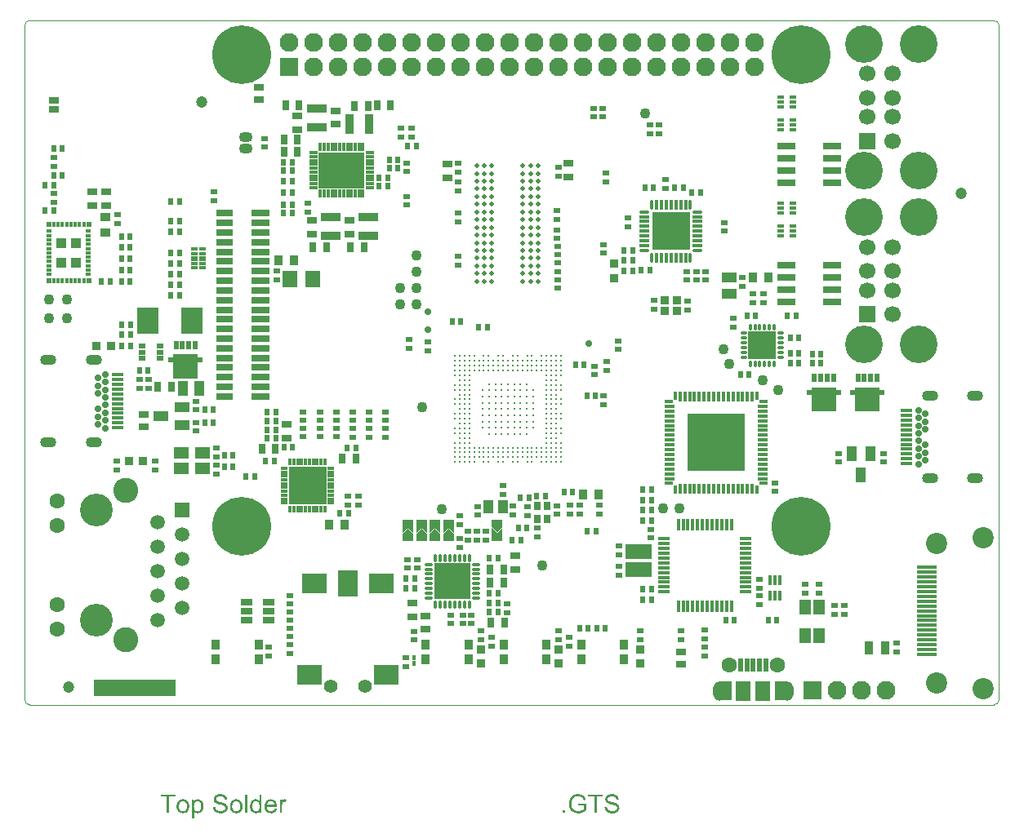
<source format=gts>
G04 Layer_Color=8388736*
%FSLAX43Y43*%
%MOMM*%
G71*
G01*
G75*
%ADD72R,3.900X3.900*%
%ADD74R,3.800X3.800*%
%ADD103C,0.100*%
%ADD113C,1.600*%
%ADD117C,0.500*%
%ADD120C,1.400*%
%ADD121C,1.500*%
%ADD149R,8.500X1.750*%
%ADD150R,0.610X0.800*%
%ADD151R,0.800X0.610*%
%ADD152R,0.610X0.660*%
%ADD153R,0.700X0.350*%
%ADD154R,0.660X0.610*%
%ADD155C,1.100*%
%ADD156C,0.700*%
%ADD157R,0.990X0.740*%
%ADD158R,1.850X0.800*%
%ADD159R,1.500X1.100*%
%ADD160R,1.000X0.650*%
%ADD161R,0.500X0.850*%
%ADD162R,0.550X0.850*%
%ADD163C,0.354*%
%ADD164R,1.100X0.740*%
%ADD165R,0.740X1.100*%
%ADD166R,0.900X0.900*%
%ADD167R,0.900X0.900*%
%ADD168R,0.900X1.050*%
%ADD169R,2.100X0.900*%
%ADD170R,0.900X2.100*%
%ADD171R,1.300X0.400*%
%ADD172R,1.500X1.000*%
%ADD173R,0.740X0.990*%
%ADD174R,1.000X1.500*%
%ADD175R,0.850X1.100*%
%ADD176C,1.200*%
%ADD177R,2.000X0.400*%
%ADD178R,2.100X2.700*%
%ADD179R,2.600X2.100*%
%ADD180R,1.950X0.700*%
%ADD181R,1.750X0.700*%
%ADD182R,0.500X1.450*%
%ADD183R,1.600X2.000*%
%ADD184R,1.550X1.700*%
%ADD185R,2.300X2.700*%
%ADD186R,1.100X1.350*%
%ADD187R,0.950X0.850*%
%ADD188R,2.800X1.600*%
%ADD189R,1.500X1.300*%
%ADD190R,0.800X0.900*%
%ADD191R,0.700X0.520*%
%ADD192R,1.100X1.500*%
%ADD193R,1.300X0.700*%
%ADD194R,0.400X1.090*%
%ADD195R,0.430X0.525*%
%ADD196R,0.680X0.300*%
%ADD197R,0.680X0.500*%
%ADD198R,0.400X1.300*%
%ADD199R,1.300X0.400*%
G04:AMPARAMS|DCode=200|XSize=0.35mm|YSize=0.7mm|CornerRadius=0.113mm|HoleSize=0mm|Usage=FLASHONLY|Rotation=270.000|XOffset=0mm|YOffset=0mm|HoleType=Round|Shape=RoundedRectangle|*
%AMROUNDEDRECTD200*
21,1,0.350,0.475,0,0,270.0*
21,1,0.125,0.700,0,0,270.0*
1,1,0.225,-0.237,-0.063*
1,1,0.225,-0.237,0.063*
1,1,0.225,0.237,0.063*
1,1,0.225,0.237,-0.063*
%
%ADD200ROUNDEDRECTD200*%
%ADD201R,2.900X2.900*%
G04:AMPARAMS|DCode=202|XSize=0.35mm|YSize=0.7mm|CornerRadius=0.113mm|HoleSize=0mm|Usage=FLASHONLY|Rotation=0.000|XOffset=0mm|YOffset=0mm|HoleType=Round|Shape=RoundedRectangle|*
%AMROUNDEDRECTD202*
21,1,0.350,0.475,0,0,0.0*
21,1,0.125,0.700,0,0,0.0*
1,1,0.225,0.063,-0.237*
1,1,0.225,-0.063,-0.237*
1,1,0.225,-0.063,0.237*
1,1,0.225,0.063,0.237*
%
%ADD202ROUNDEDRECTD202*%
%ADD203O,0.850X0.400*%
%ADD204O,0.400X0.850*%
G04:AMPARAMS|DCode=205|XSize=1mm|YSize=0.4mm|CornerRadius=0.125mm|HoleSize=0mm|Usage=FLASHONLY|Rotation=180.000|XOffset=0mm|YOffset=0mm|HoleType=Round|Shape=RoundedRectangle|*
%AMROUNDEDRECTD205*
21,1,1.000,0.150,0,0,180.0*
21,1,0.750,0.400,0,0,180.0*
1,1,0.250,-0.375,0.075*
1,1,0.250,0.375,0.075*
1,1,0.250,0.375,-0.075*
1,1,0.250,-0.375,-0.075*
%
%ADD205ROUNDEDRECTD205*%
%ADD206R,1.000X0.400*%
G04:AMPARAMS|DCode=207|XSize=1mm|YSize=0.4mm|CornerRadius=0.125mm|HoleSize=0mm|Usage=FLASHONLY|Rotation=90.000|XOffset=0mm|YOffset=0mm|HoleType=Round|Shape=RoundedRectangle|*
%AMROUNDEDRECTD207*
21,1,1.000,0.150,0,0,90.0*
21,1,0.750,0.400,0,0,90.0*
1,1,0.250,0.075,0.375*
1,1,0.250,0.075,-0.375*
1,1,0.250,-0.075,-0.375*
1,1,0.250,-0.075,0.375*
%
%ADD207ROUNDEDRECTD207*%
%ADD208R,0.400X1.000*%
%ADD209R,4.000X4.000*%
%ADD210R,0.300X0.800*%
%ADD211R,0.800X0.300*%
%ADD212O,1.100X0.400*%
%ADD213O,0.400X0.950*%
%ADD214O,0.400X1.100*%
%ADD215O,0.950X0.400*%
%ADD216R,5.950X5.950*%
%ADD217C,0.330*%
%ADD218R,0.300X0.900*%
%ADD219R,4.700X3.700*%
%ADD220R,0.900X0.300*%
%ADD221R,1.000X0.750*%
%ADD222R,1.050X0.900*%
%ADD223R,1.100X0.700*%
%ADD224R,1.200X1.600*%
%ADD225R,1.100X1.100*%
%ADD226R,0.600X0.350*%
%ADD227R,0.475X0.600*%
%ADD228R,0.350X0.600*%
%ADD229R,0.950X1.400*%
%ADD230C,6.100*%
%ADD231R,1.700X1.700*%
%ADD232C,1.700*%
%ADD233C,3.900*%
%ADD234O,1.700X1.100*%
%ADD235C,2.200*%
%ADD236O,1.400X1.100*%
%ADD237R,1.500X1.500*%
%ADD238C,2.600*%
%ADD239C,3.400*%
%ADD240C,1.950*%
%ADD241R,1.950X1.950*%
%ADD242O,1.300X2.000*%
G36*
X17885Y36374D02*
X17894Y36371D01*
X17903Y36367D01*
X17911Y36361D01*
X17917Y36353D01*
X17921Y36344D01*
X17924Y36335D01*
X17925Y36325D01*
Y36075D01*
X18405D01*
X18415Y36074D01*
X18424Y36071D01*
X18433Y36067D01*
X18441Y36061D01*
X18447Y36053D01*
X18451Y36044D01*
X18454Y36035D01*
X18455Y36025D01*
Y35625D01*
X18454Y35615D01*
X18451Y35606D01*
X18447Y35597D01*
X18441Y35589D01*
X18433Y35583D01*
X18424Y35579D01*
X18415Y35576D01*
X18405Y35575D01*
X17925D01*
Y33925D01*
X17924Y33915D01*
X17921Y33906D01*
X17917Y33897D01*
X17911Y33889D01*
X17903Y33883D01*
X17894Y33879D01*
X17885Y33876D01*
X17875Y33875D01*
X15425D01*
X15415Y33876D01*
X15406Y33879D01*
X15397Y33883D01*
X15389Y33889D01*
X15383Y33897D01*
X15379Y33906D01*
X15376Y33915D01*
X15375Y33925D01*
Y35575D01*
X14895D01*
X14885Y35576D01*
X14876Y35579D01*
X14867Y35583D01*
X14859Y35589D01*
X14853Y35597D01*
X14849Y35606D01*
X14846Y35615D01*
X14845Y35625D01*
Y36025D01*
X14846Y36035D01*
X14849Y36044D01*
X14853Y36053D01*
X14859Y36061D01*
X14867Y36067D01*
X14876Y36071D01*
X14885Y36074D01*
X14895Y36075D01*
X15375D01*
Y36325D01*
X15376Y36335D01*
X15379Y36344D01*
X15383Y36353D01*
X15389Y36361D01*
X15397Y36367D01*
X15406Y36371D01*
X15415Y36374D01*
X15425Y36375D01*
X17875D01*
X17885Y36374D01*
D02*
G37*
G36*
X88585Y32924D02*
X88594Y32921D01*
X88603Y32917D01*
X88611Y32911D01*
X88617Y32903D01*
X88621Y32894D01*
X88624Y32885D01*
X88625Y32875D01*
Y32625D01*
X89105D01*
X89115Y32624D01*
X89124Y32621D01*
X89133Y32617D01*
X89141Y32611D01*
X89147Y32603D01*
X89151Y32594D01*
X89154Y32585D01*
X89155Y32575D01*
Y32175D01*
X89154Y32165D01*
X89151Y32156D01*
X89147Y32147D01*
X89141Y32139D01*
X89133Y32133D01*
X89124Y32129D01*
X89115Y32126D01*
X89105Y32125D01*
X88625D01*
Y30475D01*
X88624Y30465D01*
X88621Y30456D01*
X88617Y30447D01*
X88611Y30439D01*
X88603Y30433D01*
X88594Y30429D01*
X88585Y30426D01*
X88575Y30425D01*
X86125D01*
X86115Y30426D01*
X86106Y30429D01*
X86097Y30433D01*
X86089Y30439D01*
X86083Y30447D01*
X86079Y30456D01*
X86076Y30465D01*
X86075Y30475D01*
Y32125D01*
X85595D01*
X85585Y32126D01*
X85576Y32129D01*
X85567Y32133D01*
X85559Y32139D01*
X85553Y32147D01*
X85549Y32156D01*
X85546Y32165D01*
X85545Y32175D01*
Y32575D01*
X85546Y32585D01*
X85549Y32594D01*
X85553Y32603D01*
X85559Y32611D01*
X85567Y32617D01*
X85576Y32621D01*
X85585Y32624D01*
X85595Y32625D01*
X86075D01*
Y32875D01*
X86076Y32885D01*
X86079Y32894D01*
X86083Y32903D01*
X86089Y32911D01*
X86097Y32917D01*
X86106Y32921D01*
X86115Y32924D01*
X86125Y32925D01*
X88575D01*
X88585Y32924D01*
D02*
G37*
G36*
X84085D02*
X84094Y32921D01*
X84103Y32917D01*
X84111Y32911D01*
X84117Y32903D01*
X84121Y32894D01*
X84124Y32885D01*
X84125Y32875D01*
Y32625D01*
X84605D01*
X84615Y32624D01*
X84624Y32621D01*
X84633Y32617D01*
X84641Y32611D01*
X84647Y32603D01*
X84651Y32594D01*
X84654Y32585D01*
X84655Y32575D01*
Y32175D01*
X84654Y32165D01*
X84651Y32156D01*
X84647Y32147D01*
X84641Y32139D01*
X84633Y32133D01*
X84624Y32129D01*
X84615Y32126D01*
X84605Y32125D01*
X84125D01*
Y30475D01*
X84124Y30465D01*
X84121Y30456D01*
X84117Y30447D01*
X84111Y30439D01*
X84103Y30433D01*
X84094Y30429D01*
X84085Y30426D01*
X84075Y30425D01*
X81625D01*
X81615Y30426D01*
X81606Y30429D01*
X81597Y30433D01*
X81589Y30439D01*
X81583Y30447D01*
X81579Y30456D01*
X81576Y30465D01*
X81575Y30475D01*
Y32125D01*
X81095D01*
X81085Y32126D01*
X81076Y32129D01*
X81067Y32133D01*
X81059Y32139D01*
X81053Y32147D01*
X81049Y32156D01*
X81046Y32165D01*
X81045Y32175D01*
Y32575D01*
X81046Y32585D01*
X81049Y32594D01*
X81053Y32603D01*
X81059Y32611D01*
X81067Y32617D01*
X81076Y32621D01*
X81085Y32624D01*
X81095Y32625D01*
X81575D01*
Y32875D01*
X81576Y32885D01*
X81579Y32894D01*
X81583Y32903D01*
X81589Y32911D01*
X81597Y32917D01*
X81606Y32921D01*
X81615Y32924D01*
X81625Y32925D01*
X84075D01*
X84085Y32924D01*
D02*
G37*
G36*
X49500Y18475D02*
X48950Y17925D01*
X48400Y18475D01*
Y19175D01*
X49500D01*
Y18475D01*
D02*
G37*
G36*
Y17025D02*
X48400D01*
Y18375D01*
X48950Y17825D01*
Y17825D01*
X49500Y18375D01*
Y17025D01*
D02*
G37*
G36*
X44475Y17825D02*
X43925Y18375D01*
Y18375D01*
X43375Y17825D01*
Y19175D01*
X44475D01*
Y17825D01*
D02*
G37*
G36*
X43075D02*
X42525Y18375D01*
Y18375D01*
X41975Y17825D01*
Y19175D01*
X43075D01*
Y17825D01*
D02*
G37*
G36*
X41675D02*
X41125Y18375D01*
Y18375D01*
X40575Y17825D01*
Y19175D01*
X41675D01*
Y17825D01*
D02*
G37*
G36*
X40275D02*
X39725Y18375D01*
Y18375D01*
X39175Y17825D01*
Y19175D01*
X40275D01*
Y17825D01*
D02*
G37*
G36*
X44475Y17725D02*
Y17025D01*
X43375D01*
Y17725D01*
X43925Y18275D01*
X44475Y17725D01*
D02*
G37*
G36*
X43075D02*
Y17025D01*
X41975D01*
Y17725D01*
X42525Y18275D01*
X43075Y17725D01*
D02*
G37*
G36*
X41675D02*
Y17025D01*
X40575D01*
Y17725D01*
X41125Y18275D01*
X41675Y17725D01*
D02*
G37*
G36*
X40275D02*
Y17025D01*
X39175D01*
Y17725D01*
X39725Y18275D01*
X40275Y17725D01*
D02*
G37*
G36*
X79000Y450D02*
X77750D01*
Y2450D01*
X79000D01*
Y450D01*
D02*
G37*
G36*
X73250D02*
X72000D01*
Y2450D01*
X73250D01*
Y450D01*
D02*
G37*
G36*
X60918Y-9265D02*
X60938D01*
X60991Y-9271D01*
X61049Y-9279D01*
X61110Y-9293D01*
X61177Y-9310D01*
X61238Y-9332D01*
X61240D01*
X61246Y-9335D01*
X61254Y-9340D01*
X61265Y-9346D01*
X61293Y-9360D01*
X61329Y-9385D01*
X61371Y-9412D01*
X61413Y-9449D01*
X61451Y-9490D01*
X61488Y-9537D01*
Y-9540D01*
X61490Y-9543D01*
X61496Y-9551D01*
X61501Y-9560D01*
X61515Y-9587D01*
X61532Y-9623D01*
X61551Y-9668D01*
X61565Y-9721D01*
X61579Y-9776D01*
X61585Y-9837D01*
X61340Y-9857D01*
Y-9854D01*
Y-9848D01*
X61338Y-9840D01*
X61335Y-9826D01*
X61327Y-9796D01*
X61315Y-9754D01*
X61299Y-9710D01*
X61274Y-9665D01*
X61243Y-9623D01*
X61204Y-9585D01*
X61199Y-9582D01*
X61185Y-9571D01*
X61157Y-9554D01*
X61121Y-9537D01*
X61074Y-9521D01*
X61018Y-9504D01*
X60949Y-9493D01*
X60871Y-9490D01*
X60832D01*
X60816Y-9493D01*
X60794Y-9496D01*
X60744Y-9501D01*
X60688Y-9512D01*
X60632Y-9526D01*
X60580Y-9549D01*
X60558Y-9562D01*
X60535Y-9576D01*
X60530Y-9579D01*
X60519Y-9590D01*
X60502Y-9610D01*
X60485Y-9632D01*
X60466Y-9662D01*
X60449Y-9696D01*
X60438Y-9734D01*
X60433Y-9779D01*
Y-9784D01*
Y-9796D01*
X60435Y-9815D01*
X60441Y-9837D01*
X60449Y-9865D01*
X60463Y-9893D01*
X60480Y-9921D01*
X60505Y-9948D01*
X60508Y-9951D01*
X60521Y-9959D01*
X60533Y-9968D01*
X60544Y-9973D01*
X60560Y-9982D01*
X60580Y-9993D01*
X60605Y-10001D01*
X60632Y-10012D01*
X60663Y-10023D01*
X60699Y-10037D01*
X60738Y-10048D01*
X60782Y-10062D01*
X60832Y-10073D01*
X60888Y-10087D01*
X60891D01*
X60902Y-10090D01*
X60918Y-10093D01*
X60938Y-10098D01*
X60963Y-10104D01*
X60993Y-10112D01*
X61024Y-10120D01*
X61057Y-10129D01*
X61129Y-10148D01*
X61199Y-10168D01*
X61232Y-10179D01*
X61263Y-10190D01*
X61290Y-10198D01*
X61313Y-10209D01*
X61315D01*
X61321Y-10212D01*
X61329Y-10218D01*
X61340Y-10223D01*
X61371Y-10240D01*
X61407Y-10262D01*
X61449Y-10293D01*
X61490Y-10326D01*
X61529Y-10365D01*
X61563Y-10406D01*
X61565Y-10412D01*
X61576Y-10426D01*
X61588Y-10451D01*
X61604Y-10484D01*
X61618Y-10523D01*
X61632Y-10570D01*
X61640Y-10623D01*
X61643Y-10678D01*
Y-10681D01*
Y-10684D01*
Y-10692D01*
Y-10703D01*
X61637Y-10734D01*
X61632Y-10773D01*
X61621Y-10817D01*
X61607Y-10864D01*
X61585Y-10914D01*
X61554Y-10967D01*
Y-10970D01*
X61551Y-10973D01*
X61538Y-10989D01*
X61518Y-11014D01*
X61490Y-11042D01*
X61454Y-11075D01*
X61410Y-11112D01*
X61360Y-11145D01*
X61302Y-11175D01*
X61299D01*
X61293Y-11178D01*
X61285Y-11181D01*
X61274Y-11186D01*
X61257Y-11192D01*
X61238Y-11200D01*
X61193Y-11211D01*
X61141Y-11225D01*
X61077Y-11239D01*
X61007Y-11248D01*
X60932Y-11250D01*
X60888D01*
X60866Y-11248D01*
X60841D01*
X60813Y-11245D01*
X60780Y-11242D01*
X60710Y-11231D01*
X60638Y-11220D01*
X60566Y-11200D01*
X60496Y-11175D01*
X60494D01*
X60488Y-11173D01*
X60480Y-11167D01*
X60469Y-11161D01*
X60435Y-11145D01*
X60397Y-11120D01*
X60352Y-11087D01*
X60305Y-11048D01*
X60260Y-11000D01*
X60219Y-10948D01*
Y-10945D01*
X60213Y-10939D01*
X60210Y-10931D01*
X60202Y-10920D01*
X60197Y-10906D01*
X60188Y-10889D01*
X60169Y-10848D01*
X60149Y-10795D01*
X60133Y-10737D01*
X60122Y-10670D01*
X60116Y-10601D01*
X60355Y-10578D01*
Y-10581D01*
Y-10584D01*
X60358Y-10592D01*
Y-10603D01*
X60363Y-10628D01*
X60372Y-10665D01*
X60383Y-10701D01*
X60394Y-10742D01*
X60413Y-10781D01*
X60433Y-10817D01*
X60435Y-10820D01*
X60444Y-10831D01*
X60458Y-10851D01*
X60480Y-10870D01*
X60508Y-10895D01*
X60538Y-10920D01*
X60580Y-10945D01*
X60624Y-10967D01*
X60627D01*
X60630Y-10970D01*
X60638Y-10973D01*
X60646Y-10975D01*
X60674Y-10984D01*
X60710Y-10995D01*
X60755Y-11006D01*
X60805Y-11014D01*
X60860Y-11020D01*
X60921Y-11023D01*
X60946D01*
X60974Y-11020D01*
X61007Y-11017D01*
X61046Y-11012D01*
X61091Y-11006D01*
X61135Y-10995D01*
X61177Y-10981D01*
X61182Y-10978D01*
X61196Y-10973D01*
X61215Y-10962D01*
X61240Y-10950D01*
X61265Y-10931D01*
X61293Y-10912D01*
X61321Y-10889D01*
X61343Y-10862D01*
X61346Y-10859D01*
X61352Y-10848D01*
X61360Y-10834D01*
X61371Y-10812D01*
X61382Y-10789D01*
X61390Y-10762D01*
X61396Y-10731D01*
X61399Y-10698D01*
Y-10695D01*
Y-10681D01*
X61396Y-10665D01*
X61393Y-10642D01*
X61385Y-10620D01*
X61377Y-10592D01*
X61363Y-10565D01*
X61343Y-10540D01*
X61340Y-10537D01*
X61332Y-10528D01*
X61321Y-10517D01*
X61302Y-10501D01*
X61279Y-10484D01*
X61249Y-10465D01*
X61213Y-10445D01*
X61171Y-10429D01*
X61168Y-10426D01*
X61154Y-10423D01*
X61132Y-10415D01*
X61118Y-10412D01*
X61099Y-10406D01*
X61079Y-10398D01*
X61054Y-10392D01*
X61027Y-10384D01*
X60993Y-10376D01*
X60960Y-10367D01*
X60921Y-10356D01*
X60877Y-10345D01*
X60830Y-10334D01*
X60827D01*
X60819Y-10331D01*
X60805Y-10329D01*
X60788Y-10323D01*
X60766Y-10318D01*
X60741Y-10312D01*
X60685Y-10295D01*
X60624Y-10276D01*
X60560Y-10256D01*
X60505Y-10237D01*
X60480Y-10226D01*
X60458Y-10215D01*
X60455D01*
X60452Y-10212D01*
X60435Y-10201D01*
X60410Y-10187D01*
X60383Y-10165D01*
X60349Y-10140D01*
X60316Y-10109D01*
X60283Y-10073D01*
X60255Y-10034D01*
X60252Y-10029D01*
X60244Y-10015D01*
X60233Y-9993D01*
X60222Y-9965D01*
X60210Y-9929D01*
X60199Y-9887D01*
X60191Y-9843D01*
X60188Y-9796D01*
Y-9793D01*
Y-9790D01*
Y-9782D01*
Y-9771D01*
X60194Y-9743D01*
X60199Y-9707D01*
X60208Y-9665D01*
X60222Y-9618D01*
X60241Y-9571D01*
X60269Y-9524D01*
Y-9521D01*
X60272Y-9518D01*
X60285Y-9501D01*
X60305Y-9479D01*
X60330Y-9451D01*
X60363Y-9421D01*
X60405Y-9387D01*
X60455Y-9357D01*
X60510Y-9329D01*
X60513D01*
X60519Y-9326D01*
X60527Y-9324D01*
X60538Y-9318D01*
X60552Y-9313D01*
X60571Y-9307D01*
X60613Y-9296D01*
X60666Y-9285D01*
X60727Y-9274D01*
X60791Y-9265D01*
X60863Y-9263D01*
X60899D01*
X60918Y-9265D01*
D02*
G37*
G36*
X20304D02*
X20323D01*
X20376Y-9271D01*
X20434Y-9279D01*
X20495Y-9293D01*
X20562Y-9310D01*
X20623Y-9332D01*
X20626D01*
X20631Y-9335D01*
X20640Y-9340D01*
X20651Y-9346D01*
X20678Y-9360D01*
X20714Y-9385D01*
X20756Y-9412D01*
X20798Y-9449D01*
X20837Y-9490D01*
X20873Y-9537D01*
Y-9540D01*
X20876Y-9543D01*
X20881Y-9551D01*
X20887Y-9560D01*
X20900Y-9587D01*
X20917Y-9623D01*
X20937Y-9668D01*
X20950Y-9721D01*
X20964Y-9776D01*
X20970Y-9837D01*
X20726Y-9857D01*
Y-9854D01*
Y-9848D01*
X20723Y-9840D01*
X20720Y-9826D01*
X20712Y-9796D01*
X20701Y-9754D01*
X20684Y-9710D01*
X20659Y-9665D01*
X20628Y-9623D01*
X20590Y-9585D01*
X20584Y-9582D01*
X20570Y-9571D01*
X20542Y-9554D01*
X20506Y-9537D01*
X20459Y-9521D01*
X20404Y-9504D01*
X20334Y-9493D01*
X20256Y-9490D01*
X20218D01*
X20201Y-9493D01*
X20179Y-9496D01*
X20129Y-9501D01*
X20073Y-9512D01*
X20018Y-9526D01*
X19965Y-9549D01*
X19943Y-9562D01*
X19920Y-9576D01*
X19915Y-9579D01*
X19904Y-9590D01*
X19887Y-9610D01*
X19871Y-9632D01*
X19851Y-9662D01*
X19834Y-9696D01*
X19823Y-9734D01*
X19818Y-9779D01*
Y-9784D01*
Y-9796D01*
X19821Y-9815D01*
X19826Y-9837D01*
X19834Y-9865D01*
X19848Y-9893D01*
X19865Y-9921D01*
X19890Y-9948D01*
X19893Y-9951D01*
X19907Y-9959D01*
X19918Y-9968D01*
X19929Y-9973D01*
X19945Y-9982D01*
X19965Y-9993D01*
X19990Y-10001D01*
X20018Y-10012D01*
X20048Y-10023D01*
X20084Y-10037D01*
X20123Y-10048D01*
X20168Y-10062D01*
X20218Y-10073D01*
X20273Y-10087D01*
X20276D01*
X20287Y-10090D01*
X20304Y-10093D01*
X20323Y-10098D01*
X20348Y-10104D01*
X20379Y-10112D01*
X20409Y-10120D01*
X20442Y-10129D01*
X20515Y-10148D01*
X20584Y-10168D01*
X20617Y-10179D01*
X20648Y-10190D01*
X20676Y-10198D01*
X20698Y-10209D01*
X20701D01*
X20706Y-10212D01*
X20714Y-10218D01*
X20726Y-10223D01*
X20756Y-10240D01*
X20792Y-10262D01*
X20834Y-10293D01*
X20876Y-10326D01*
X20914Y-10365D01*
X20948Y-10406D01*
X20950Y-10412D01*
X20962Y-10426D01*
X20973Y-10451D01*
X20989Y-10484D01*
X21003Y-10523D01*
X21017Y-10570D01*
X21025Y-10623D01*
X21028Y-10678D01*
Y-10681D01*
Y-10684D01*
Y-10692D01*
Y-10703D01*
X21023Y-10734D01*
X21017Y-10773D01*
X21006Y-10817D01*
X20992Y-10864D01*
X20970Y-10914D01*
X20939Y-10967D01*
Y-10970D01*
X20937Y-10973D01*
X20923Y-10989D01*
X20903Y-11014D01*
X20876Y-11042D01*
X20839Y-11075D01*
X20795Y-11112D01*
X20745Y-11145D01*
X20687Y-11175D01*
X20684D01*
X20678Y-11178D01*
X20670Y-11181D01*
X20659Y-11186D01*
X20642Y-11192D01*
X20623Y-11200D01*
X20578Y-11211D01*
X20526Y-11225D01*
X20462Y-11239D01*
X20392Y-11248D01*
X20317Y-11250D01*
X20273D01*
X20251Y-11248D01*
X20226D01*
X20198Y-11245D01*
X20165Y-11242D01*
X20095Y-11231D01*
X20023Y-11220D01*
X19951Y-11200D01*
X19882Y-11175D01*
X19879D01*
X19873Y-11173D01*
X19865Y-11167D01*
X19854Y-11161D01*
X19821Y-11145D01*
X19782Y-11120D01*
X19737Y-11087D01*
X19690Y-11048D01*
X19646Y-11000D01*
X19604Y-10948D01*
Y-10945D01*
X19598Y-10939D01*
X19596Y-10931D01*
X19587Y-10920D01*
X19582Y-10906D01*
X19573Y-10889D01*
X19554Y-10848D01*
X19535Y-10795D01*
X19518Y-10737D01*
X19507Y-10670D01*
X19501Y-10601D01*
X19740Y-10578D01*
Y-10581D01*
Y-10584D01*
X19743Y-10592D01*
Y-10603D01*
X19748Y-10628D01*
X19757Y-10665D01*
X19768Y-10701D01*
X19779Y-10742D01*
X19798Y-10781D01*
X19818Y-10817D01*
X19821Y-10820D01*
X19829Y-10831D01*
X19843Y-10851D01*
X19865Y-10870D01*
X19893Y-10895D01*
X19923Y-10920D01*
X19965Y-10945D01*
X20009Y-10967D01*
X20012D01*
X20015Y-10970D01*
X20023Y-10973D01*
X20032Y-10975D01*
X20059Y-10984D01*
X20095Y-10995D01*
X20140Y-11006D01*
X20190Y-11014D01*
X20245Y-11020D01*
X20306Y-11023D01*
X20331D01*
X20359Y-11020D01*
X20392Y-11017D01*
X20431Y-11012D01*
X20476Y-11006D01*
X20520Y-10995D01*
X20562Y-10981D01*
X20567Y-10978D01*
X20581Y-10973D01*
X20601Y-10962D01*
X20626Y-10950D01*
X20651Y-10931D01*
X20678Y-10912D01*
X20706Y-10889D01*
X20728Y-10862D01*
X20731Y-10859D01*
X20737Y-10848D01*
X20745Y-10834D01*
X20756Y-10812D01*
X20767Y-10789D01*
X20776Y-10762D01*
X20781Y-10731D01*
X20784Y-10698D01*
Y-10695D01*
Y-10681D01*
X20781Y-10665D01*
X20778Y-10642D01*
X20770Y-10620D01*
X20762Y-10592D01*
X20748Y-10565D01*
X20728Y-10540D01*
X20726Y-10537D01*
X20717Y-10528D01*
X20706Y-10517D01*
X20687Y-10501D01*
X20665Y-10484D01*
X20634Y-10465D01*
X20598Y-10445D01*
X20556Y-10429D01*
X20553Y-10426D01*
X20540Y-10423D01*
X20517Y-10415D01*
X20503Y-10412D01*
X20484Y-10406D01*
X20465Y-10398D01*
X20440Y-10392D01*
X20412Y-10384D01*
X20379Y-10376D01*
X20345Y-10367D01*
X20306Y-10356D01*
X20262Y-10345D01*
X20215Y-10334D01*
X20212D01*
X20204Y-10331D01*
X20190Y-10329D01*
X20173Y-10323D01*
X20151Y-10318D01*
X20126Y-10312D01*
X20070Y-10295D01*
X20009Y-10276D01*
X19945Y-10256D01*
X19890Y-10237D01*
X19865Y-10226D01*
X19843Y-10215D01*
X19840D01*
X19837Y-10212D01*
X19821Y-10201D01*
X19796Y-10187D01*
X19768Y-10165D01*
X19734Y-10140D01*
X19701Y-10109D01*
X19668Y-10073D01*
X19640Y-10034D01*
X19637Y-10029D01*
X19629Y-10015D01*
X19618Y-9993D01*
X19607Y-9965D01*
X19596Y-9929D01*
X19585Y-9887D01*
X19576Y-9843D01*
X19573Y-9796D01*
Y-9793D01*
Y-9790D01*
Y-9782D01*
Y-9771D01*
X19579Y-9743D01*
X19585Y-9707D01*
X19593Y-9665D01*
X19607Y-9618D01*
X19626Y-9571D01*
X19654Y-9524D01*
Y-9521D01*
X19657Y-9518D01*
X19671Y-9501D01*
X19690Y-9479D01*
X19715Y-9451D01*
X19748Y-9421D01*
X19790Y-9387D01*
X19840Y-9357D01*
X19896Y-9329D01*
X19898D01*
X19904Y-9326D01*
X19912Y-9324D01*
X19923Y-9318D01*
X19937Y-9313D01*
X19957Y-9307D01*
X19998Y-9296D01*
X20051Y-9285D01*
X20112Y-9274D01*
X20176Y-9265D01*
X20248Y-9263D01*
X20284D01*
X20304Y-9265D01*
D02*
G37*
G36*
X57420D02*
X57443D01*
X57495Y-9271D01*
X57554Y-9279D01*
X57615Y-9293D01*
X57681Y-9310D01*
X57745Y-9332D01*
X57748D01*
X57754Y-9335D01*
X57762Y-9337D01*
X57773Y-9343D01*
X57804Y-9360D01*
X57842Y-9379D01*
X57884Y-9407D01*
X57928Y-9440D01*
X57970Y-9476D01*
X58009Y-9521D01*
X58015Y-9526D01*
X58026Y-9543D01*
X58042Y-9568D01*
X58064Y-9604D01*
X58087Y-9648D01*
X58112Y-9704D01*
X58137Y-9765D01*
X58156Y-9834D01*
X57926Y-9896D01*
Y-9893D01*
X57923Y-9890D01*
X57920Y-9882D01*
X57917Y-9871D01*
X57909Y-9846D01*
X57898Y-9812D01*
X57881Y-9773D01*
X57862Y-9737D01*
X57842Y-9698D01*
X57817Y-9665D01*
X57815Y-9662D01*
X57806Y-9651D01*
X57790Y-9637D01*
X57770Y-9618D01*
X57745Y-9596D01*
X57712Y-9573D01*
X57676Y-9551D01*
X57634Y-9532D01*
X57629Y-9529D01*
X57615Y-9524D01*
X57590Y-9515D01*
X57556Y-9504D01*
X57518Y-9496D01*
X57473Y-9487D01*
X57423Y-9482D01*
X57370Y-9479D01*
X57340D01*
X57326Y-9482D01*
X57309D01*
X57268Y-9485D01*
X57221Y-9493D01*
X57168Y-9501D01*
X57118Y-9515D01*
X57068Y-9535D01*
X57062Y-9537D01*
X57046Y-9543D01*
X57023Y-9557D01*
X56996Y-9571D01*
X56962Y-9593D01*
X56926Y-9615D01*
X56893Y-9643D01*
X56862Y-9673D01*
X56860Y-9676D01*
X56848Y-9687D01*
X56835Y-9707D01*
X56818Y-9729D01*
X56799Y-9757D01*
X56779Y-9790D01*
X56760Y-9826D01*
X56740Y-9865D01*
Y-9868D01*
X56737Y-9873D01*
X56735Y-9882D01*
X56729Y-9896D01*
X56724Y-9912D01*
X56718Y-9932D01*
X56710Y-9954D01*
X56704Y-9979D01*
X56690Y-10037D01*
X56679Y-10104D01*
X56671Y-10173D01*
X56668Y-10251D01*
Y-10254D01*
Y-10262D01*
Y-10276D01*
X56671Y-10293D01*
Y-10315D01*
X56674Y-10342D01*
X56676Y-10370D01*
X56679Y-10401D01*
X56690Y-10470D01*
X56704Y-10542D01*
X56726Y-10615D01*
X56754Y-10684D01*
Y-10687D01*
X56760Y-10692D01*
X56762Y-10701D01*
X56771Y-10712D01*
X56790Y-10742D01*
X56821Y-10781D01*
X56857Y-10823D01*
X56901Y-10864D01*
X56954Y-10903D01*
X57012Y-10939D01*
X57015D01*
X57021Y-10942D01*
X57029Y-10948D01*
X57043Y-10953D01*
X57057Y-10959D01*
X57076Y-10964D01*
X57121Y-10981D01*
X57176Y-10995D01*
X57237Y-11009D01*
X57304Y-11020D01*
X57373Y-11023D01*
X57401D01*
X57418Y-11020D01*
X57434D01*
X57476Y-11014D01*
X57526Y-11009D01*
X57579Y-10998D01*
X57637Y-10981D01*
X57695Y-10962D01*
X57698D01*
X57704Y-10959D01*
X57709Y-10956D01*
X57720Y-10950D01*
X57751Y-10937D01*
X57784Y-10920D01*
X57823Y-10901D01*
X57865Y-10878D01*
X57903Y-10853D01*
X57937Y-10826D01*
Y-10465D01*
X57370D01*
Y-10237D01*
X58187D01*
Y-10950D01*
X58184Y-10953D01*
X58178Y-10956D01*
X58167Y-10964D01*
X58153Y-10975D01*
X58137Y-10987D01*
X58117Y-11000D01*
X58092Y-11017D01*
X58067Y-11034D01*
X58009Y-11070D01*
X57942Y-11109D01*
X57873Y-11145D01*
X57798Y-11175D01*
X57795D01*
X57790Y-11178D01*
X57779Y-11181D01*
X57765Y-11186D01*
X57745Y-11192D01*
X57723Y-11200D01*
X57698Y-11206D01*
X57673Y-11211D01*
X57612Y-11225D01*
X57543Y-11239D01*
X57468Y-11248D01*
X57390Y-11250D01*
X57362D01*
X57343Y-11248D01*
X57318D01*
X57287Y-11245D01*
X57254Y-11239D01*
X57218Y-11236D01*
X57137Y-11220D01*
X57051Y-11200D01*
X56962Y-11170D01*
X56918Y-11153D01*
X56873Y-11131D01*
X56871Y-11128D01*
X56862Y-11125D01*
X56851Y-11117D01*
X56835Y-11109D01*
X56815Y-11095D01*
X56796Y-11081D01*
X56743Y-11042D01*
X56687Y-10992D01*
X56629Y-10931D01*
X56574Y-10862D01*
X56524Y-10781D01*
Y-10778D01*
X56518Y-10770D01*
X56513Y-10759D01*
X56504Y-10740D01*
X56496Y-10720D01*
X56488Y-10692D01*
X56476Y-10665D01*
X56465Y-10631D01*
X56454Y-10595D01*
X56443Y-10553D01*
X56435Y-10512D01*
X56427Y-10467D01*
X56413Y-10370D01*
X56407Y-10268D01*
Y-10265D01*
Y-10254D01*
Y-10240D01*
X56410Y-10220D01*
Y-10195D01*
X56413Y-10165D01*
X56418Y-10134D01*
X56421Y-10098D01*
X56429Y-10059D01*
X56435Y-10018D01*
X56457Y-9929D01*
X56485Y-9837D01*
X56524Y-9746D01*
X56526Y-9743D01*
X56529Y-9734D01*
X56535Y-9723D01*
X56546Y-9707D01*
X56557Y-9685D01*
X56571Y-9662D01*
X56610Y-9610D01*
X56657Y-9549D01*
X56715Y-9490D01*
X56782Y-9432D01*
X56821Y-9407D01*
X56860Y-9382D01*
X56862Y-9379D01*
X56871Y-9376D01*
X56882Y-9371D01*
X56898Y-9362D01*
X56921Y-9354D01*
X56946Y-9343D01*
X56973Y-9332D01*
X57007Y-9321D01*
X57043Y-9310D01*
X57082Y-9301D01*
X57123Y-9290D01*
X57168Y-9282D01*
X57265Y-9268D01*
X57315Y-9263D01*
X57404D01*
X57420Y-9265D01*
D02*
G37*
G36*
X24557Y-11217D02*
X24337D01*
Y-11042D01*
X24335Y-11045D01*
X24332Y-11050D01*
X24324Y-11062D01*
X24312Y-11075D01*
X24299Y-11089D01*
X24282Y-11106D01*
X24263Y-11125D01*
X24238Y-11145D01*
X24213Y-11164D01*
X24185Y-11184D01*
X24151Y-11200D01*
X24115Y-11214D01*
X24079Y-11228D01*
X24038Y-11239D01*
X23993Y-11245D01*
X23946Y-11248D01*
X23929D01*
X23918Y-11245D01*
X23885Y-11242D01*
X23846Y-11236D01*
X23799Y-11225D01*
X23746Y-11209D01*
X23693Y-11186D01*
X23641Y-11156D01*
X23638D01*
X23635Y-11150D01*
X23618Y-11139D01*
X23593Y-11117D01*
X23563Y-11089D01*
X23527Y-11053D01*
X23491Y-11009D01*
X23455Y-10959D01*
X23424Y-10901D01*
Y-10898D01*
X23421Y-10892D01*
X23419Y-10884D01*
X23413Y-10873D01*
X23407Y-10856D01*
X23399Y-10837D01*
X23394Y-10817D01*
X23388Y-10792D01*
X23374Y-10737D01*
X23360Y-10673D01*
X23352Y-10601D01*
X23349Y-10523D01*
Y-10520D01*
Y-10515D01*
Y-10504D01*
Y-10487D01*
X23352Y-10470D01*
Y-10448D01*
X23357Y-10398D01*
X23366Y-10340D01*
X23380Y-10276D01*
X23396Y-10209D01*
X23419Y-10145D01*
Y-10143D01*
X23421Y-10137D01*
X23427Y-10129D01*
X23432Y-10118D01*
X23449Y-10087D01*
X23471Y-10048D01*
X23499Y-10007D01*
X23535Y-9965D01*
X23577Y-9921D01*
X23627Y-9884D01*
X23630D01*
X23632Y-9882D01*
X23641Y-9876D01*
X23652Y-9871D01*
X23679Y-9857D01*
X23718Y-9837D01*
X23763Y-9821D01*
X23816Y-9807D01*
X23874Y-9796D01*
X23935Y-9793D01*
X23957D01*
X23979Y-9796D01*
X24010Y-9798D01*
X24046Y-9807D01*
X24085Y-9815D01*
X24124Y-9829D01*
X24160Y-9848D01*
X24165Y-9851D01*
X24176Y-9857D01*
X24193Y-9871D01*
X24215Y-9884D01*
X24243Y-9904D01*
X24268Y-9929D01*
X24296Y-9954D01*
X24321Y-9984D01*
Y-9296D01*
X24557D01*
Y-11217D01*
D02*
G37*
G36*
X17977Y-9796D02*
X17997Y-9798D01*
X18038Y-9804D01*
X18088Y-9815D01*
X18141Y-9832D01*
X18194Y-9857D01*
X18246Y-9887D01*
X18249D01*
X18252Y-9893D01*
X18269Y-9904D01*
X18294Y-9926D01*
X18324Y-9954D01*
X18357Y-9990D01*
X18391Y-10034D01*
X18424Y-10087D01*
X18452Y-10145D01*
Y-10148D01*
X18455Y-10154D01*
X18457Y-10162D01*
X18463Y-10173D01*
X18469Y-10190D01*
X18474Y-10209D01*
X18488Y-10254D01*
X18502Y-10309D01*
X18513Y-10370D01*
X18521Y-10440D01*
X18524Y-10512D01*
Y-10515D01*
Y-10520D01*
Y-10531D01*
Y-10548D01*
X18521Y-10567D01*
Y-10590D01*
X18516Y-10640D01*
X18505Y-10701D01*
X18491Y-10764D01*
X18471Y-10831D01*
X18446Y-10898D01*
Y-10901D01*
X18444Y-10906D01*
X18438Y-10914D01*
X18432Y-10925D01*
X18413Y-10956D01*
X18388Y-10995D01*
X18357Y-11037D01*
X18319Y-11078D01*
X18274Y-11120D01*
X18221Y-11159D01*
X18219D01*
X18216Y-11161D01*
X18208Y-11167D01*
X18196Y-11173D01*
X18169Y-11186D01*
X18130Y-11203D01*
X18083Y-11220D01*
X18033Y-11234D01*
X17974Y-11245D01*
X17916Y-11248D01*
X17897D01*
X17874Y-11245D01*
X17847Y-11242D01*
X17813Y-11236D01*
X17777Y-11228D01*
X17741Y-11217D01*
X17705Y-11200D01*
X17702Y-11198D01*
X17688Y-11192D01*
X17672Y-11181D01*
X17650Y-11164D01*
X17627Y-11148D01*
X17600Y-11125D01*
X17575Y-11100D01*
X17552Y-11073D01*
Y-11750D01*
X17316D01*
Y-9823D01*
X17530D01*
Y-10007D01*
X17533Y-10001D01*
X17544Y-9990D01*
X17558Y-9970D01*
X17580Y-9948D01*
X17605Y-9921D01*
X17633Y-9896D01*
X17666Y-9871D01*
X17700Y-9848D01*
X17705Y-9846D01*
X17716Y-9840D01*
X17738Y-9832D01*
X17766Y-9821D01*
X17799Y-9809D01*
X17838Y-9801D01*
X17883Y-9796D01*
X17933Y-9793D01*
X17963D01*
X17977Y-9796D01*
D02*
G37*
G36*
X26980D02*
X27011Y-9801D01*
X27047Y-9812D01*
X27086Y-9826D01*
X27130Y-9846D01*
X27178Y-9871D01*
X27091Y-10087D01*
X27089Y-10084D01*
X27078Y-10079D01*
X27061Y-10070D01*
X27039Y-10062D01*
X27014Y-10054D01*
X26983Y-10045D01*
X26953Y-10040D01*
X26922Y-10037D01*
X26908D01*
X26894Y-10040D01*
X26875Y-10043D01*
X26855Y-10048D01*
X26830Y-10057D01*
X26806Y-10068D01*
X26783Y-10084D01*
X26781Y-10087D01*
X26772Y-10093D01*
X26764Y-10104D01*
X26750Y-10118D01*
X26736Y-10137D01*
X26722Y-10159D01*
X26708Y-10184D01*
X26697Y-10215D01*
X26694Y-10220D01*
X26692Y-10237D01*
X26686Y-10262D01*
X26678Y-10295D01*
X26669Y-10337D01*
X26664Y-10384D01*
X26661Y-10434D01*
X26658Y-10490D01*
Y-11217D01*
X26422D01*
Y-9823D01*
X26636D01*
Y-10034D01*
X26639Y-10032D01*
X26650Y-10012D01*
X26664Y-9987D01*
X26686Y-9957D01*
X26708Y-9926D01*
X26733Y-9893D01*
X26758Y-9865D01*
X26783Y-9843D01*
X26786Y-9840D01*
X26794Y-9834D01*
X26811Y-9826D01*
X26828Y-9818D01*
X26850Y-9809D01*
X26878Y-9801D01*
X26905Y-9796D01*
X26936Y-9793D01*
X26955D01*
X26980Y-9796D01*
D02*
G37*
G36*
X59938Y-9524D02*
X59305D01*
Y-11217D01*
X59050D01*
Y-9524D01*
X58417D01*
Y-9296D01*
X59938D01*
Y-9524D01*
D02*
G37*
G36*
X56032Y-11217D02*
X55763D01*
Y-10948D01*
X56032D01*
Y-11217D01*
D02*
G37*
G36*
X23072D02*
X22836D01*
Y-9296D01*
X23072D01*
Y-11217D01*
D02*
G37*
G36*
X15590Y-9524D02*
X14957D01*
Y-11217D01*
X14701D01*
Y-9524D01*
X14068D01*
Y-9296D01*
X15590D01*
Y-9524D01*
D02*
G37*
G36*
X25548Y-9796D02*
X25570Y-9798D01*
X25598Y-9804D01*
X25628Y-9809D01*
X25664Y-9818D01*
X25698Y-9826D01*
X25737Y-9840D01*
X25773Y-9854D01*
X25812Y-9873D01*
X25851Y-9896D01*
X25889Y-9921D01*
X25925Y-9951D01*
X25959Y-9984D01*
X25962Y-9987D01*
X25967Y-9993D01*
X25975Y-10004D01*
X25987Y-10020D01*
X26000Y-10040D01*
X26014Y-10062D01*
X26031Y-10090D01*
X26048Y-10123D01*
X26064Y-10159D01*
X26081Y-10198D01*
X26095Y-10243D01*
X26109Y-10290D01*
X26120Y-10342D01*
X26128Y-10398D01*
X26134Y-10456D01*
X26136Y-10520D01*
Y-10523D01*
Y-10534D01*
Y-10553D01*
X26134Y-10581D01*
X25093D01*
Y-10584D01*
Y-10592D01*
X25095Y-10603D01*
Y-10620D01*
X25098Y-10640D01*
X25104Y-10662D01*
X25112Y-10712D01*
X25129Y-10767D01*
X25151Y-10828D01*
X25181Y-10884D01*
X25220Y-10934D01*
X25223D01*
X25226Y-10939D01*
X25243Y-10953D01*
X25267Y-10973D01*
X25301Y-10992D01*
X25345Y-11014D01*
X25395Y-11034D01*
X25451Y-11048D01*
X25481Y-11050D01*
X25515Y-11053D01*
X25537D01*
X25562Y-11050D01*
X25592Y-11045D01*
X25626Y-11037D01*
X25664Y-11025D01*
X25701Y-11009D01*
X25737Y-10987D01*
X25739Y-10984D01*
X25753Y-10973D01*
X25770Y-10956D01*
X25789Y-10934D01*
X25812Y-10903D01*
X25837Y-10864D01*
X25862Y-10820D01*
X25884Y-10767D01*
X26128Y-10798D01*
Y-10801D01*
X26125Y-10806D01*
X26123Y-10817D01*
X26117Y-10834D01*
X26109Y-10851D01*
X26100Y-10873D01*
X26078Y-10920D01*
X26050Y-10973D01*
X26012Y-11028D01*
X25967Y-11081D01*
X25912Y-11131D01*
X25909D01*
X25903Y-11137D01*
X25895Y-11142D01*
X25884Y-11150D01*
X25867Y-11159D01*
X25851Y-11167D01*
X25828Y-11178D01*
X25803Y-11189D01*
X25776Y-11200D01*
X25748Y-11211D01*
X25678Y-11228D01*
X25601Y-11242D01*
X25515Y-11248D01*
X25484D01*
X25465Y-11245D01*
X25440Y-11242D01*
X25409Y-11236D01*
X25376Y-11231D01*
X25340Y-11225D01*
X25262Y-11203D01*
X25220Y-11186D01*
X25181Y-11170D01*
X25140Y-11148D01*
X25101Y-11123D01*
X25065Y-11095D01*
X25029Y-11062D01*
X25026Y-11059D01*
X25020Y-11053D01*
X25012Y-11042D01*
X25001Y-11025D01*
X24987Y-11006D01*
X24973Y-10984D01*
X24957Y-10956D01*
X24940Y-10925D01*
X24923Y-10889D01*
X24907Y-10851D01*
X24893Y-10806D01*
X24879Y-10759D01*
X24868Y-10709D01*
X24859Y-10653D01*
X24854Y-10595D01*
X24851Y-10534D01*
Y-10531D01*
Y-10517D01*
Y-10501D01*
X24854Y-10476D01*
X24857Y-10445D01*
X24859Y-10412D01*
X24865Y-10373D01*
X24873Y-10334D01*
X24895Y-10245D01*
X24909Y-10201D01*
X24926Y-10154D01*
X24948Y-10109D01*
X24973Y-10068D01*
X25001Y-10026D01*
X25032Y-9987D01*
X25034Y-9984D01*
X25040Y-9979D01*
X25051Y-9970D01*
X25065Y-9957D01*
X25081Y-9943D01*
X25104Y-9926D01*
X25129Y-9907D01*
X25159Y-9890D01*
X25190Y-9871D01*
X25226Y-9854D01*
X25265Y-9837D01*
X25306Y-9823D01*
X25351Y-9809D01*
X25398Y-9801D01*
X25448Y-9796D01*
X25501Y-9793D01*
X25528D01*
X25548Y-9796D01*
D02*
G37*
G36*
X21958D02*
X21983Y-9798D01*
X22011Y-9804D01*
X22042Y-9809D01*
X22078Y-9815D01*
X22153Y-9840D01*
X22191Y-9854D01*
X22230Y-9873D01*
X22269Y-9893D01*
X22308Y-9921D01*
X22344Y-9948D01*
X22380Y-9982D01*
X22383Y-9984D01*
X22389Y-9990D01*
X22397Y-10001D01*
X22408Y-10015D01*
X22422Y-10034D01*
X22439Y-10059D01*
X22455Y-10087D01*
X22472Y-10118D01*
X22488Y-10151D01*
X22505Y-10193D01*
X22522Y-10234D01*
X22536Y-10281D01*
X22547Y-10331D01*
X22555Y-10384D01*
X22561Y-10440D01*
X22563Y-10501D01*
Y-10504D01*
Y-10512D01*
Y-10526D01*
Y-10545D01*
X22561Y-10567D01*
X22558Y-10595D01*
Y-10623D01*
X22552Y-10653D01*
X22544Y-10723D01*
X22527Y-10792D01*
X22508Y-10862D01*
X22480Y-10925D01*
Y-10928D01*
X22477Y-10931D01*
X22472Y-10939D01*
X22466Y-10950D01*
X22447Y-10978D01*
X22422Y-11012D01*
X22389Y-11050D01*
X22347Y-11089D01*
X22300Y-11128D01*
X22244Y-11164D01*
X22241D01*
X22239Y-11167D01*
X22230Y-11173D01*
X22216Y-11178D01*
X22203Y-11184D01*
X22186Y-11189D01*
X22144Y-11206D01*
X22097Y-11220D01*
X22039Y-11234D01*
X21978Y-11245D01*
X21911Y-11248D01*
X21883D01*
X21861Y-11245D01*
X21836Y-11242D01*
X21808Y-11236D01*
X21775Y-11231D01*
X21742Y-11225D01*
X21667Y-11203D01*
X21625Y-11186D01*
X21586Y-11170D01*
X21547Y-11148D01*
X21508Y-11123D01*
X21472Y-11095D01*
X21436Y-11062D01*
X21434Y-11059D01*
X21428Y-11053D01*
X21420Y-11042D01*
X21409Y-11025D01*
X21395Y-11006D01*
X21381Y-10984D01*
X21364Y-10956D01*
X21347Y-10923D01*
X21331Y-10887D01*
X21314Y-10845D01*
X21300Y-10801D01*
X21286Y-10753D01*
X21275Y-10701D01*
X21267Y-10645D01*
X21261Y-10584D01*
X21259Y-10520D01*
Y-10515D01*
Y-10504D01*
X21261Y-10484D01*
Y-10456D01*
X21264Y-10426D01*
X21270Y-10387D01*
X21275Y-10348D01*
X21286Y-10304D01*
X21298Y-10259D01*
X21311Y-10212D01*
X21328Y-10162D01*
X21350Y-10115D01*
X21372Y-10070D01*
X21403Y-10026D01*
X21434Y-9984D01*
X21472Y-9948D01*
X21475Y-9946D01*
X21481Y-9943D01*
X21492Y-9934D01*
X21506Y-9923D01*
X21522Y-9912D01*
X21545Y-9898D01*
X21567Y-9884D01*
X21595Y-9871D01*
X21625Y-9857D01*
X21658Y-9843D01*
X21733Y-9818D01*
X21819Y-9798D01*
X21864Y-9796D01*
X21911Y-9793D01*
X21939D01*
X21958Y-9796D01*
D02*
G37*
G36*
X16434D02*
X16459Y-9798D01*
X16486Y-9804D01*
X16517Y-9809D01*
X16553Y-9815D01*
X16628Y-9840D01*
X16667Y-9854D01*
X16706Y-9873D01*
X16744Y-9893D01*
X16783Y-9921D01*
X16819Y-9948D01*
X16856Y-9982D01*
X16858Y-9984D01*
X16864Y-9990D01*
X16872Y-10001D01*
X16883Y-10015D01*
X16897Y-10034D01*
X16914Y-10059D01*
X16931Y-10087D01*
X16947Y-10118D01*
X16964Y-10151D01*
X16980Y-10193D01*
X16997Y-10234D01*
X17011Y-10281D01*
X17022Y-10331D01*
X17030Y-10384D01*
X17036Y-10440D01*
X17039Y-10501D01*
Y-10504D01*
Y-10512D01*
Y-10526D01*
Y-10545D01*
X17036Y-10567D01*
X17033Y-10595D01*
Y-10623D01*
X17028Y-10653D01*
X17019Y-10723D01*
X17003Y-10792D01*
X16983Y-10862D01*
X16955Y-10925D01*
Y-10928D01*
X16953Y-10931D01*
X16947Y-10939D01*
X16942Y-10950D01*
X16922Y-10978D01*
X16897Y-11012D01*
X16864Y-11050D01*
X16822Y-11089D01*
X16775Y-11128D01*
X16720Y-11164D01*
X16717D01*
X16714Y-11167D01*
X16706Y-11173D01*
X16692Y-11178D01*
X16678Y-11184D01*
X16661Y-11189D01*
X16620Y-11206D01*
X16572Y-11220D01*
X16514Y-11234D01*
X16453Y-11245D01*
X16386Y-11248D01*
X16359D01*
X16336Y-11245D01*
X16311Y-11242D01*
X16284Y-11236D01*
X16250Y-11231D01*
X16217Y-11225D01*
X16142Y-11203D01*
X16100Y-11186D01*
X16062Y-11170D01*
X16023Y-11148D01*
X15984Y-11123D01*
X15948Y-11095D01*
X15912Y-11062D01*
X15909Y-11059D01*
X15903Y-11053D01*
X15895Y-11042D01*
X15884Y-11025D01*
X15870Y-11006D01*
X15856Y-10984D01*
X15839Y-10956D01*
X15823Y-10923D01*
X15806Y-10887D01*
X15789Y-10845D01*
X15776Y-10801D01*
X15762Y-10753D01*
X15751Y-10701D01*
X15742Y-10645D01*
X15737Y-10584D01*
X15734Y-10520D01*
Y-10515D01*
Y-10504D01*
X15737Y-10484D01*
Y-10456D01*
X15740Y-10426D01*
X15745Y-10387D01*
X15751Y-10348D01*
X15762Y-10304D01*
X15773Y-10259D01*
X15787Y-10212D01*
X15803Y-10162D01*
X15826Y-10115D01*
X15848Y-10070D01*
X15878Y-10026D01*
X15909Y-9984D01*
X15948Y-9948D01*
X15950Y-9946D01*
X15956Y-9943D01*
X15967Y-9934D01*
X15981Y-9923D01*
X15998Y-9912D01*
X16020Y-9898D01*
X16042Y-9884D01*
X16070Y-9871D01*
X16100Y-9857D01*
X16134Y-9843D01*
X16209Y-9818D01*
X16295Y-9798D01*
X16339Y-9796D01*
X16386Y-9793D01*
X16414D01*
X16434Y-9796D01*
D02*
G37*
%LPC*%
G36*
X23960Y-9987D02*
X23946D01*
X23935Y-9990D01*
X23904Y-9993D01*
X23868Y-10004D01*
X23827Y-10018D01*
X23782Y-10043D01*
X23738Y-10073D01*
X23716Y-10095D01*
X23696Y-10118D01*
Y-10120D01*
X23691Y-10123D01*
X23688Y-10132D01*
X23679Y-10143D01*
X23671Y-10156D01*
X23663Y-10173D01*
X23655Y-10193D01*
X23643Y-10215D01*
X23632Y-10243D01*
X23624Y-10273D01*
X23616Y-10306D01*
X23607Y-10342D01*
X23602Y-10381D01*
X23596Y-10426D01*
X23591Y-10473D01*
Y-10523D01*
Y-10526D01*
Y-10534D01*
Y-10548D01*
X23593Y-10567D01*
Y-10590D01*
X23596Y-10615D01*
X23605Y-10673D01*
X23618Y-10737D01*
X23638Y-10803D01*
X23666Y-10867D01*
X23682Y-10895D01*
X23702Y-10923D01*
X23704D01*
X23707Y-10928D01*
X23721Y-10942D01*
X23746Y-10964D01*
X23777Y-10987D01*
X23816Y-11012D01*
X23863Y-11034D01*
X23913Y-11048D01*
X23940Y-11050D01*
X23968Y-11053D01*
X23982D01*
X23993Y-11050D01*
X24024Y-11048D01*
X24060Y-11037D01*
X24101Y-11023D01*
X24146Y-11000D01*
X24190Y-10970D01*
X24213Y-10950D01*
X24232Y-10928D01*
Y-10925D01*
X24238Y-10923D01*
X24243Y-10914D01*
X24249Y-10903D01*
X24257Y-10889D01*
X24268Y-10876D01*
X24276Y-10853D01*
X24287Y-10831D01*
X24299Y-10806D01*
X24307Y-10778D01*
X24318Y-10745D01*
X24326Y-10712D01*
X24332Y-10673D01*
X24337Y-10634D01*
X24343Y-10590D01*
Y-10542D01*
Y-10540D01*
Y-10528D01*
Y-10515D01*
X24340Y-10495D01*
Y-10473D01*
X24337Y-10445D01*
X24335Y-10415D01*
X24329Y-10381D01*
X24315Y-10315D01*
X24296Y-10245D01*
X24268Y-10179D01*
X24251Y-10151D01*
X24232Y-10123D01*
Y-10120D01*
X24226Y-10118D01*
X24213Y-10101D01*
X24188Y-10079D01*
X24157Y-10054D01*
X24118Y-10029D01*
X24071Y-10009D01*
X24018Y-9993D01*
X23990Y-9990D01*
X23960Y-9987D01*
D02*
G37*
G36*
X17911Y-9979D02*
X17897D01*
X17886Y-9982D01*
X17858Y-9987D01*
X17822Y-9995D01*
X17780Y-10012D01*
X17736Y-10037D01*
X17711Y-10054D01*
X17688Y-10073D01*
X17666Y-10095D01*
X17644Y-10120D01*
Y-10123D01*
X17638Y-10126D01*
X17633Y-10134D01*
X17627Y-10145D01*
X17619Y-10162D01*
X17608Y-10179D01*
X17597Y-10201D01*
X17588Y-10223D01*
X17577Y-10251D01*
X17566Y-10281D01*
X17558Y-10315D01*
X17547Y-10351D01*
X17541Y-10392D01*
X17536Y-10434D01*
X17530Y-10479D01*
Y-10528D01*
Y-10531D01*
Y-10540D01*
Y-10553D01*
X17533Y-10573D01*
Y-10595D01*
X17536Y-10620D01*
X17544Y-10678D01*
X17558Y-10745D01*
X17575Y-10809D01*
X17602Y-10873D01*
X17619Y-10901D01*
X17638Y-10925D01*
X17644Y-10931D01*
X17658Y-10945D01*
X17680Y-10967D01*
X17711Y-10989D01*
X17749Y-11012D01*
X17794Y-11034D01*
X17844Y-11048D01*
X17872Y-11050D01*
X17899Y-11053D01*
X17916D01*
X17927Y-11050D01*
X17955Y-11045D01*
X17994Y-11037D01*
X18035Y-11020D01*
X18080Y-10998D01*
X18124Y-10964D01*
X18146Y-10945D01*
X18169Y-10923D01*
Y-10920D01*
X18174Y-10917D01*
X18180Y-10909D01*
X18185Y-10898D01*
X18196Y-10884D01*
X18205Y-10864D01*
X18216Y-10845D01*
X18227Y-10820D01*
X18235Y-10795D01*
X18246Y-10762D01*
X18258Y-10728D01*
X18266Y-10692D01*
X18271Y-10651D01*
X18277Y-10606D01*
X18283Y-10559D01*
Y-10509D01*
Y-10506D01*
Y-10498D01*
Y-10484D01*
X18280Y-10465D01*
Y-10442D01*
X18277Y-10417D01*
X18269Y-10359D01*
X18255Y-10295D01*
X18235Y-10231D01*
X18208Y-10168D01*
X18191Y-10137D01*
X18171Y-10112D01*
Y-10109D01*
X18166Y-10107D01*
X18152Y-10090D01*
X18130Y-10070D01*
X18099Y-10045D01*
X18060Y-10020D01*
X18016Y-9998D01*
X17966Y-9984D01*
X17938Y-9982D01*
X17911Y-9979D01*
D02*
G37*
G36*
X25503Y-9987D02*
X25487D01*
X25476Y-9990D01*
X25445Y-9993D01*
X25409Y-10001D01*
X25365Y-10015D01*
X25317Y-10034D01*
X25273Y-10062D01*
X25229Y-10098D01*
X25223Y-10104D01*
X25212Y-10118D01*
X25193Y-10143D01*
X25173Y-10176D01*
X25151Y-10215D01*
X25131Y-10265D01*
X25115Y-10323D01*
X25106Y-10387D01*
X25887D01*
Y-10384D01*
Y-10379D01*
X25884Y-10370D01*
Y-10359D01*
X25878Y-10326D01*
X25870Y-10290D01*
X25856Y-10245D01*
X25842Y-10204D01*
X25820Y-10162D01*
X25795Y-10126D01*
Y-10123D01*
X25789Y-10120D01*
X25776Y-10104D01*
X25751Y-10082D01*
X25717Y-10057D01*
X25676Y-10032D01*
X25626Y-10009D01*
X25567Y-9993D01*
X25537Y-9990D01*
X25503Y-9987D01*
D02*
G37*
G36*
X21911D02*
X21894D01*
X21881Y-9990D01*
X21850Y-9993D01*
X21808Y-10004D01*
X21761Y-10020D01*
X21711Y-10043D01*
X21664Y-10076D01*
X21639Y-10098D01*
X21617Y-10120D01*
Y-10123D01*
X21611Y-10126D01*
X21606Y-10134D01*
X21597Y-10145D01*
X21589Y-10159D01*
X21581Y-10176D01*
X21570Y-10198D01*
X21558Y-10220D01*
X21547Y-10248D01*
X21536Y-10276D01*
X21528Y-10309D01*
X21520Y-10345D01*
X21511Y-10384D01*
X21506Y-10426D01*
X21503Y-10473D01*
X21500Y-10520D01*
Y-10523D01*
Y-10531D01*
Y-10545D01*
X21503Y-10565D01*
Y-10587D01*
X21506Y-10612D01*
X21514Y-10670D01*
X21528Y-10737D01*
X21550Y-10803D01*
X21578Y-10867D01*
X21597Y-10895D01*
X21617Y-10923D01*
X21620D01*
X21622Y-10928D01*
X21639Y-10942D01*
X21664Y-10964D01*
X21697Y-10987D01*
X21739Y-11012D01*
X21789Y-11034D01*
X21847Y-11048D01*
X21878Y-11050D01*
X21911Y-11053D01*
X21928D01*
X21942Y-11050D01*
X21972Y-11045D01*
X22014Y-11037D01*
X22058Y-11020D01*
X22108Y-10998D01*
X22155Y-10964D01*
X22180Y-10942D01*
X22203Y-10920D01*
X22205Y-10917D01*
X22208Y-10914D01*
X22214Y-10906D01*
X22222Y-10895D01*
X22230Y-10881D01*
X22241Y-10864D01*
X22253Y-10842D01*
X22264Y-10820D01*
X22275Y-10792D01*
X22283Y-10762D01*
X22294Y-10728D01*
X22302Y-10692D01*
X22311Y-10651D01*
X22316Y-10609D01*
X22322Y-10562D01*
Y-10512D01*
Y-10509D01*
Y-10501D01*
Y-10487D01*
X22319Y-10470D01*
Y-10448D01*
X22316Y-10423D01*
X22308Y-10365D01*
X22294Y-10304D01*
X22272Y-10237D01*
X22241Y-10176D01*
X22225Y-10145D01*
X22203Y-10120D01*
Y-10118D01*
X22197Y-10115D01*
X22180Y-10098D01*
X22155Y-10079D01*
X22122Y-10054D01*
X22080Y-10029D01*
X22030Y-10007D01*
X21975Y-9993D01*
X21944Y-9990D01*
X21911Y-9987D01*
D02*
G37*
G36*
X16386D02*
X16370D01*
X16356Y-9990D01*
X16325Y-9993D01*
X16284Y-10004D01*
X16236Y-10020D01*
X16186Y-10043D01*
X16139Y-10076D01*
X16114Y-10098D01*
X16092Y-10120D01*
Y-10123D01*
X16087Y-10126D01*
X16081Y-10134D01*
X16073Y-10145D01*
X16064Y-10159D01*
X16056Y-10176D01*
X16045Y-10198D01*
X16034Y-10220D01*
X16023Y-10248D01*
X16012Y-10276D01*
X16003Y-10309D01*
X15995Y-10345D01*
X15987Y-10384D01*
X15981Y-10426D01*
X15978Y-10473D01*
X15975Y-10520D01*
Y-10523D01*
Y-10531D01*
Y-10545D01*
X15978Y-10565D01*
Y-10587D01*
X15981Y-10612D01*
X15989Y-10670D01*
X16003Y-10737D01*
X16025Y-10803D01*
X16053Y-10867D01*
X16073Y-10895D01*
X16092Y-10923D01*
X16095D01*
X16098Y-10928D01*
X16114Y-10942D01*
X16139Y-10964D01*
X16173Y-10987D01*
X16214Y-11012D01*
X16264Y-11034D01*
X16323Y-11048D01*
X16353Y-11050D01*
X16386Y-11053D01*
X16403D01*
X16417Y-11050D01*
X16447Y-11045D01*
X16489Y-11037D01*
X16534Y-11020D01*
X16583Y-10998D01*
X16631Y-10964D01*
X16656Y-10942D01*
X16678Y-10920D01*
X16681Y-10917D01*
X16683Y-10914D01*
X16689Y-10906D01*
X16697Y-10895D01*
X16706Y-10881D01*
X16717Y-10864D01*
X16728Y-10842D01*
X16739Y-10820D01*
X16750Y-10792D01*
X16758Y-10762D01*
X16769Y-10728D01*
X16778Y-10692D01*
X16786Y-10651D01*
X16792Y-10609D01*
X16797Y-10562D01*
Y-10512D01*
Y-10509D01*
Y-10501D01*
Y-10487D01*
X16794Y-10470D01*
Y-10448D01*
X16792Y-10423D01*
X16783Y-10365D01*
X16769Y-10304D01*
X16747Y-10237D01*
X16717Y-10176D01*
X16700Y-10145D01*
X16678Y-10120D01*
Y-10118D01*
X16672Y-10115D01*
X16656Y-10098D01*
X16631Y-10079D01*
X16597Y-10054D01*
X16556Y-10029D01*
X16506Y-10007D01*
X16450Y-9993D01*
X16420Y-9990D01*
X16386Y-9987D01*
D02*
G37*
%LPD*%
D72*
X29300Y22750D02*
D03*
D74*
X44325Y12825D02*
D03*
D103*
X100500Y-0D02*
G03*
X101000Y500I0J500D01*
G01*
X500Y71000D02*
G03*
X-0Y70500I0J-500D01*
G01*
X101000D02*
G03*
X100500Y71000I-500J0D01*
G01*
X-0Y500D02*
G03*
X500Y-0I500J0D01*
G01*
X500Y0D02*
X100500D01*
X101000Y500D02*
Y70500D01*
X0Y500D02*
Y70500D01*
X500Y71000D02*
X100500D01*
D113*
X3340Y21130D02*
D03*
Y18590D02*
D03*
Y10410D02*
D03*
Y7870D02*
D03*
X73000Y4150D02*
D03*
X78000D02*
D03*
D117*
X53230Y43940D02*
D03*
X52430D02*
D03*
X51630D02*
D03*
X48430D02*
D03*
X47630D02*
D03*
X46830D02*
D03*
X53230Y44740D02*
D03*
X52430D02*
D03*
X51630D02*
D03*
X48430D02*
D03*
X47630D02*
D03*
X46830D02*
D03*
X53230Y45540D02*
D03*
X52430D02*
D03*
X51630D02*
D03*
X48430D02*
D03*
X47630D02*
D03*
X46830D02*
D03*
X53230Y46340D02*
D03*
X52430D02*
D03*
X51630D02*
D03*
X48430D02*
D03*
X47630D02*
D03*
X46830D02*
D03*
X53230Y47140D02*
D03*
X52430D02*
D03*
X51630D02*
D03*
X48430D02*
D03*
X47630D02*
D03*
X46830D02*
D03*
X53230Y47940D02*
D03*
X52430D02*
D03*
X51630D02*
D03*
X48430D02*
D03*
X47630D02*
D03*
X46830D02*
D03*
X53230Y48740D02*
D03*
X52430D02*
D03*
X51630D02*
D03*
X48430D02*
D03*
X47630D02*
D03*
X46830D02*
D03*
X53230Y49540D02*
D03*
X52430D02*
D03*
X51630D02*
D03*
X48430D02*
D03*
X47630D02*
D03*
X46830D02*
D03*
X53230Y50340D02*
D03*
X52430D02*
D03*
X51630D02*
D03*
X48430D02*
D03*
X47630D02*
D03*
X46830D02*
D03*
X53230Y51140D02*
D03*
X52430D02*
D03*
X51630D02*
D03*
X48430D02*
D03*
X47630D02*
D03*
X46830D02*
D03*
X53230Y51940D02*
D03*
X52430D02*
D03*
X51630D02*
D03*
X48430D02*
D03*
X47630D02*
D03*
X46830D02*
D03*
X53230Y52740D02*
D03*
X52430D02*
D03*
X51630D02*
D03*
X48430D02*
D03*
X47630D02*
D03*
X46830D02*
D03*
X53230Y53540D02*
D03*
X52430D02*
D03*
X51630D02*
D03*
X48430D02*
D03*
X47630D02*
D03*
X46830D02*
D03*
X53230Y54340D02*
D03*
X52430D02*
D03*
X51630D02*
D03*
X48430D02*
D03*
X47630D02*
D03*
X46830D02*
D03*
X53230Y55140D02*
D03*
X52430D02*
D03*
X51630D02*
D03*
X48430D02*
D03*
X47630D02*
D03*
X46830D02*
D03*
X53230Y55940D02*
D03*
X52430D02*
D03*
X51630D02*
D03*
X48430D02*
D03*
X47630D02*
D03*
X46830D02*
D03*
D120*
X35250Y1900D02*
D03*
X31750D02*
D03*
D121*
X13750Y18945D02*
D03*
X16290Y17675D02*
D03*
X13750Y16405D02*
D03*
X16290Y15135D02*
D03*
X13750Y13865D02*
D03*
X16290Y12595D02*
D03*
X13750Y11325D02*
D03*
X16290Y10055D02*
D03*
X13750Y8785D02*
D03*
D149*
X11425Y1775D02*
D03*
D150*
X52250Y21475D02*
D03*
X51350D02*
D03*
X40600Y58000D02*
D03*
X39700D02*
D03*
X74850Y40325D02*
D03*
X75750D02*
D03*
X79950Y40375D02*
D03*
X79050D02*
D03*
X37625Y54675D02*
D03*
X36725D02*
D03*
X10050Y37225D02*
D03*
X10950D02*
D03*
X47950Y39170D02*
D03*
X47050D02*
D03*
X16050Y46875D02*
D03*
X15150D02*
D03*
X74175Y34275D02*
D03*
X75075D02*
D03*
X80250Y35425D02*
D03*
X79350D02*
D03*
X81625Y35425D02*
D03*
X82525D02*
D03*
X62125Y45050D02*
D03*
X63025D02*
D03*
X62125Y46100D02*
D03*
X63025D02*
D03*
Y47150D02*
D03*
X62125D02*
D03*
X49075Y15250D02*
D03*
X48175D02*
D03*
X49075Y10600D02*
D03*
X48175D02*
D03*
X40425Y13075D02*
D03*
X39525D02*
D03*
X8825Y43900D02*
D03*
X7925D02*
D03*
X10900Y45100D02*
D03*
X10000D02*
D03*
X10900Y47500D02*
D03*
X10000D02*
D03*
X10900Y43900D02*
D03*
X10000D02*
D03*
X10900Y46300D02*
D03*
X10000D02*
D03*
X20675Y24725D02*
D03*
X21575D02*
D03*
X20675Y25875D02*
D03*
X21575D02*
D03*
X22925Y23675D02*
D03*
X23825D02*
D03*
X25850Y25300D02*
D03*
X24950D02*
D03*
X56800Y22075D02*
D03*
X55900D02*
D03*
X77975Y8775D02*
D03*
X77075D02*
D03*
X73575D02*
D03*
X72675D02*
D03*
X64050Y22300D02*
D03*
X64950D02*
D03*
Y21250D02*
D03*
X64050D02*
D03*
Y11975D02*
D03*
X64950D02*
D03*
X64050Y10925D02*
D03*
X64950D02*
D03*
X64050Y20200D02*
D03*
X64950D02*
D03*
X50525Y17125D02*
D03*
X51425D02*
D03*
X64950Y19150D02*
D03*
X64050D02*
D03*
X16050Y52225D02*
D03*
X15150D02*
D03*
X16050Y50175D02*
D03*
X15150D02*
D03*
X16050Y49075D02*
D03*
X15150D02*
D03*
X16050Y44675D02*
D03*
X15150D02*
D03*
X16050Y43575D02*
D03*
X15150D02*
D03*
X16050Y42475D02*
D03*
X15150D02*
D03*
X57500Y7975D02*
D03*
X58400D02*
D03*
X60200D02*
D03*
X59300D02*
D03*
X18650Y30600D02*
D03*
X19550D02*
D03*
X18650Y29300D02*
D03*
X19550D02*
D03*
X10050Y38450D02*
D03*
X10950D02*
D03*
X12775Y34675D02*
D03*
X11875D02*
D03*
X45190Y39760D02*
D03*
X44290D02*
D03*
X33575Y19875D02*
D03*
X32675D02*
D03*
X59200Y18000D02*
D03*
X58300D02*
D03*
D151*
X53100Y18325D02*
D03*
Y17425D02*
D03*
X73425Y40100D02*
D03*
Y39200D02*
D03*
X75525Y42625D02*
D03*
Y41725D02*
D03*
X76575D02*
D03*
Y42625D02*
D03*
X61500Y37775D02*
D03*
Y36875D02*
D03*
X48425Y6075D02*
D03*
Y6975D02*
D03*
X68000Y7675D02*
D03*
Y6775D02*
D03*
X63825Y7675D02*
D03*
Y6775D02*
D03*
X39625Y51850D02*
D03*
Y52750D02*
D03*
X55155Y48390D02*
D03*
Y49290D02*
D03*
X49575Y22750D02*
D03*
Y21850D02*
D03*
X52075Y19625D02*
D03*
Y20525D02*
D03*
X69625Y44075D02*
D03*
Y44975D02*
D03*
X50000Y10475D02*
D03*
Y9575D02*
D03*
X27450Y7950D02*
D03*
Y7050D02*
D03*
Y11350D02*
D03*
Y10450D02*
D03*
X40700Y14175D02*
D03*
Y15075D02*
D03*
X39650Y14175D02*
D03*
Y15075D02*
D03*
X2975Y56775D02*
D03*
Y55875D02*
D03*
Y53050D02*
D03*
Y52150D02*
D03*
X83925Y10275D02*
D03*
Y9375D02*
D03*
X84975Y10275D02*
D03*
Y9375D02*
D03*
X77800Y23025D02*
D03*
Y22125D02*
D03*
X65784Y59286D02*
D03*
Y60186D02*
D03*
X13500Y24400D02*
D03*
Y25300D02*
D03*
X9525Y24400D02*
D03*
Y25300D02*
D03*
X34600Y21650D02*
D03*
Y20750D02*
D03*
X33525Y21650D02*
D03*
Y20750D02*
D03*
X28875Y30400D02*
D03*
Y29500D02*
D03*
X30575Y30400D02*
D03*
Y29500D02*
D03*
X35675Y30400D02*
D03*
Y29500D02*
D03*
X30575Y28700D02*
D03*
Y27800D02*
D03*
X28875Y28700D02*
D03*
Y27800D02*
D03*
X37400Y28675D02*
D03*
Y27775D02*
D03*
X35675Y28675D02*
D03*
Y27775D02*
D03*
X33975Y28675D02*
D03*
Y27775D02*
D03*
X32275Y28700D02*
D03*
Y27800D02*
D03*
X37400Y29500D02*
D03*
Y30400D02*
D03*
X33975Y29500D02*
D03*
Y30400D02*
D03*
X32275Y29500D02*
D03*
Y30400D02*
D03*
X19625Y53225D02*
D03*
Y52325D02*
D03*
X57525Y19800D02*
D03*
Y20700D02*
D03*
X59575Y19800D02*
D03*
Y20700D02*
D03*
X76150Y11300D02*
D03*
Y10400D02*
D03*
X70525Y5050D02*
D03*
Y5950D02*
D03*
X82375Y11600D02*
D03*
Y12500D02*
D03*
X70525Y6850D02*
D03*
Y7750D02*
D03*
X80875Y11600D02*
D03*
Y12500D02*
D03*
X76150Y13000D02*
D03*
Y12100D02*
D03*
X40350Y6725D02*
D03*
Y7625D02*
D03*
X47300Y6775D02*
D03*
Y7675D02*
D03*
X56475Y6075D02*
D03*
Y6975D02*
D03*
X55350Y6775D02*
D03*
Y7675D02*
D03*
X17725Y28400D02*
D03*
Y29300D02*
D03*
Y31500D02*
D03*
Y30600D02*
D03*
X39025Y58900D02*
D03*
Y59800D02*
D03*
X40074Y58913D02*
D03*
Y59813D02*
D03*
X59875Y61900D02*
D03*
Y61000D02*
D03*
X58950Y61900D02*
D03*
Y61000D02*
D03*
X59025Y35150D02*
D03*
Y34250D02*
D03*
X60006Y47750D02*
D03*
Y46850D02*
D03*
D152*
X52050Y18325D02*
D03*
X51150D02*
D03*
X15150Y45775D02*
D03*
X16050D02*
D03*
X10000Y48600D02*
D03*
X10900D02*
D03*
X57100Y35320D02*
D03*
X58000D02*
D03*
X79350Y38050D02*
D03*
X80250D02*
D03*
X79350Y36450D02*
D03*
X80250D02*
D03*
X82525Y36400D02*
D03*
X81625D02*
D03*
X64825Y45125D02*
D03*
X63925D02*
D03*
X70075Y53175D02*
D03*
X69175D02*
D03*
X67375Y53650D02*
D03*
X68275D02*
D03*
X65175Y53675D02*
D03*
X64275D02*
D03*
X48175Y11575D02*
D03*
X49075D02*
D03*
X48175Y9625D02*
D03*
X49075D02*
D03*
X40425Y12100D02*
D03*
X39525D02*
D03*
X2975Y57725D02*
D03*
X3875D02*
D03*
X2975Y54900D02*
D03*
X3875D02*
D03*
X2975Y53875D02*
D03*
X2075D02*
D03*
X2975Y51325D02*
D03*
X2075D02*
D03*
X26050Y30350D02*
D03*
X25150D02*
D03*
X26050Y29450D02*
D03*
X25150D02*
D03*
X26050Y28550D02*
D03*
X25150D02*
D03*
X26050Y27650D02*
D03*
X25150D02*
D03*
X33400Y26675D02*
D03*
X34300D02*
D03*
X26850Y26750D02*
D03*
X27750D02*
D03*
X58255Y32040D02*
D03*
X59155D02*
D03*
X37775Y55725D02*
D03*
X38675D02*
D03*
X36700Y53825D02*
D03*
X37600D02*
D03*
X38684Y56562D02*
D03*
X37784D02*
D03*
X27700Y53175D02*
D03*
X26800D02*
D03*
X27700Y54325D02*
D03*
X26800D02*
D03*
X27700Y55400D02*
D03*
X26800D02*
D03*
X27700Y51900D02*
D03*
X26800D02*
D03*
X27700Y51075D02*
D03*
X26800D02*
D03*
X27700Y56325D02*
D03*
X26800D02*
D03*
X10050Y39425D02*
D03*
X10950D02*
D03*
X53075Y21625D02*
D03*
X53975D02*
D03*
D153*
X78350Y52050D02*
D03*
Y51550D02*
D03*
Y51050D02*
D03*
X79650D02*
D03*
Y51550D02*
D03*
Y52050D02*
D03*
X78350Y60650D02*
D03*
Y60150D02*
D03*
Y59650D02*
D03*
X79650D02*
D03*
Y60150D02*
D03*
Y60650D02*
D03*
X78350Y63050D02*
D03*
Y62550D02*
D03*
Y62050D02*
D03*
X79650D02*
D03*
Y62550D02*
D03*
Y63050D02*
D03*
X78350Y49650D02*
D03*
Y49150D02*
D03*
Y48650D02*
D03*
X79650D02*
D03*
Y49150D02*
D03*
Y49650D02*
D03*
D154*
X89050Y26075D02*
D03*
Y25175D02*
D03*
X84350Y26075D02*
D03*
Y25175D02*
D03*
X24850Y57850D02*
D03*
Y58750D02*
D03*
X60250Y54290D02*
D03*
Y55190D02*
D03*
X39620Y56230D02*
D03*
Y55330D02*
D03*
X39880Y36980D02*
D03*
Y37880D02*
D03*
X60360Y34730D02*
D03*
Y35630D02*
D03*
X44920Y46530D02*
D03*
Y45630D02*
D03*
X44940Y53340D02*
D03*
Y54240D02*
D03*
X55300Y55740D02*
D03*
Y54840D02*
D03*
X44920Y55260D02*
D03*
Y56160D02*
D03*
X55230Y43220D02*
D03*
Y44120D02*
D03*
Y44960D02*
D03*
Y45860D02*
D03*
X55140Y51290D02*
D03*
Y50390D02*
D03*
X44910Y51030D02*
D03*
Y50130D02*
D03*
X55230Y47600D02*
D03*
Y46700D02*
D03*
X70600Y44975D02*
D03*
Y44075D02*
D03*
X72550Y49150D02*
D03*
Y50050D02*
D03*
X68650Y44975D02*
D03*
Y44075D02*
D03*
X62500Y49625D02*
D03*
Y50525D02*
D03*
X66450Y53575D02*
D03*
Y54475D02*
D03*
X65200Y41050D02*
D03*
Y41950D02*
D03*
X68750Y41900D02*
D03*
Y41000D02*
D03*
X74400Y44350D02*
D03*
Y43450D02*
D03*
X45400Y9325D02*
D03*
Y8425D02*
D03*
X46300Y9325D02*
D03*
Y8425D02*
D03*
X27450Y5350D02*
D03*
Y6250D02*
D03*
X47800Y18000D02*
D03*
Y17100D02*
D03*
X27450Y8750D02*
D03*
Y9650D02*
D03*
X45075Y16325D02*
D03*
Y17225D02*
D03*
X44175Y9325D02*
D03*
Y8425D02*
D03*
X46875Y17100D02*
D03*
Y18000D02*
D03*
X45975Y17100D02*
D03*
Y18000D02*
D03*
X9575Y49975D02*
D03*
Y50875D02*
D03*
X90400Y6400D02*
D03*
Y5500D02*
D03*
X64825Y60175D02*
D03*
Y59275D02*
D03*
X19825Y24850D02*
D03*
Y23950D02*
D03*
Y25750D02*
D03*
Y26650D02*
D03*
X26100Y45000D02*
D03*
Y44100D02*
D03*
X41790Y36715D02*
D03*
Y37615D02*
D03*
X60005Y31140D02*
D03*
Y32040D02*
D03*
X56550Y20700D02*
D03*
Y19800D02*
D03*
X64900Y18225D02*
D03*
Y17325D02*
D03*
X61625Y16475D02*
D03*
Y15575D02*
D03*
Y13475D02*
D03*
Y14375D02*
D03*
X39500Y4875D02*
D03*
Y3975D02*
D03*
X25250Y5950D02*
D03*
Y5050D02*
D03*
X29350Y52050D02*
D03*
Y51150D02*
D03*
X12825Y33750D02*
D03*
Y32850D02*
D03*
X11925D02*
D03*
Y33750D02*
D03*
X45075Y19600D02*
D03*
Y18700D02*
D03*
X55175Y20675D02*
D03*
Y19775D02*
D03*
X50625Y19725D02*
D03*
Y20625D02*
D03*
X46925Y19675D02*
D03*
Y20575D02*
D03*
D155*
X66200Y20375D02*
D03*
X40592Y46652D02*
D03*
X40605Y41540D02*
D03*
X38905D02*
D03*
Y43265D02*
D03*
X43205Y20315D02*
D03*
X53600Y14475D02*
D03*
X40605Y43265D02*
D03*
X78125Y32700D02*
D03*
X73050Y35375D02*
D03*
X76475Y33675D02*
D03*
X72430Y36865D02*
D03*
X40605Y44965D02*
D03*
X64300Y61400D02*
D03*
X41230Y30890D02*
D03*
X2475Y42050D02*
D03*
X4375D02*
D03*
X2475Y40150D02*
D03*
X4375D02*
D03*
X67875Y20375D02*
D03*
D156*
X41790Y38890D02*
D03*
Y40810D02*
D03*
X58430Y37480D02*
D03*
X8330Y34300D02*
D03*
X7620Y33900D02*
D03*
X8330Y33500D02*
D03*
X7620Y33100D02*
D03*
X8330Y32700D02*
D03*
X7620Y32300D02*
D03*
X8330Y31900D02*
D03*
Y31100D02*
D03*
X7620Y30700D02*
D03*
X8330Y30300D02*
D03*
X7620Y29900D02*
D03*
X8330Y29500D02*
D03*
X7620Y29100D02*
D03*
X8330Y28700D02*
D03*
X92670Y24975D02*
D03*
X93380Y25375D02*
D03*
X92670Y25775D02*
D03*
X93380Y26175D02*
D03*
X92670Y26575D02*
D03*
X93380Y26975D02*
D03*
X92670Y27375D02*
D03*
Y28175D02*
D03*
X93380Y28575D02*
D03*
X92670Y28975D02*
D03*
X93380Y29375D02*
D03*
X92670Y29775D02*
D03*
X93380Y30175D02*
D03*
X92670Y30575D02*
D03*
D157*
X43850Y54710D02*
D03*
Y56110D02*
D03*
X40150Y9150D02*
D03*
Y10550D02*
D03*
X41550Y7825D02*
D03*
Y9225D02*
D03*
X7000Y53225D02*
D03*
Y51825D02*
D03*
X8450Y53225D02*
D03*
Y51825D02*
D03*
X27125Y27675D02*
D03*
Y29075D02*
D03*
X29750Y48850D02*
D03*
Y50250D02*
D03*
X33625Y48850D02*
D03*
Y50250D02*
D03*
X28250Y61100D02*
D03*
Y59700D02*
D03*
X32250Y61650D02*
D03*
Y60250D02*
D03*
X56390Y56180D02*
D03*
Y54780D02*
D03*
D158*
X83675Y45630D02*
D03*
Y44360D02*
D03*
Y43090D02*
D03*
Y41820D02*
D03*
X78925D02*
D03*
Y43090D02*
D03*
Y44360D02*
D03*
Y45630D02*
D03*
X83675Y58005D02*
D03*
Y56735D02*
D03*
Y55465D02*
D03*
Y54195D02*
D03*
X78925D02*
D03*
Y55465D02*
D03*
Y56735D02*
D03*
Y58005D02*
D03*
D159*
X16300Y29000D02*
D03*
Y30900D02*
D03*
X14100Y29950D02*
D03*
D160*
X12300Y28875D02*
D03*
Y30125D02*
D03*
X24250Y62825D02*
D03*
Y64075D02*
D03*
D161*
X86375Y33900D02*
D03*
X87025D02*
D03*
X87675D02*
D03*
X88325D02*
D03*
X87675Y30850D02*
D03*
X87025D02*
D03*
X15675Y37350D02*
D03*
X16325D02*
D03*
X16975D02*
D03*
X17625D02*
D03*
X16975Y34300D02*
D03*
X16325D02*
D03*
X81875Y33900D02*
D03*
X82525D02*
D03*
X83175D02*
D03*
X83825D02*
D03*
X83175Y30850D02*
D03*
X82525D02*
D03*
D162*
X88350D02*
D03*
X86350D02*
D03*
X17650Y34300D02*
D03*
X15650D02*
D03*
X83850Y30850D02*
D03*
X81850D02*
D03*
D163*
X48950Y18600D02*
D03*
Y17500D02*
D03*
X43925Y17600D02*
D03*
Y18700D02*
D03*
X41125Y17600D02*
D03*
Y18700D02*
D03*
X39725Y17600D02*
D03*
Y18700D02*
D03*
X42525Y17600D02*
D03*
Y18700D02*
D03*
D164*
X50825Y15450D02*
D03*
Y14050D02*
D03*
D165*
X37925Y62175D02*
D03*
X36525D02*
D03*
X15175Y33000D02*
D03*
X13775D02*
D03*
D166*
X10775Y25300D02*
D03*
X12275D02*
D03*
X7450Y37225D02*
D03*
X8950D02*
D03*
D167*
X47300Y4275D02*
D03*
Y5775D02*
D03*
X55350Y4275D02*
D03*
Y5775D02*
D03*
X63825D02*
D03*
Y4275D02*
D03*
X61125Y44300D02*
D03*
Y45800D02*
D03*
D168*
X33175Y18725D02*
D03*
X31575D02*
D03*
X27900Y46150D02*
D03*
X26300D02*
D03*
X59450Y21850D02*
D03*
X57850D02*
D03*
X77100Y44350D02*
D03*
X75500D02*
D03*
D169*
X35575Y48625D02*
D03*
Y50625D02*
D03*
X30275Y61900D02*
D03*
Y59900D02*
D03*
X31675Y48625D02*
D03*
Y50625D02*
D03*
D170*
X35675Y60225D02*
D03*
X33675D02*
D03*
D171*
X9580Y28750D02*
D03*
Y29250D02*
D03*
Y29750D02*
D03*
Y30250D02*
D03*
Y30750D02*
D03*
Y31250D02*
D03*
Y31750D02*
D03*
Y32250D02*
D03*
Y32750D02*
D03*
Y33250D02*
D03*
Y33750D02*
D03*
Y34250D02*
D03*
X91420Y30525D02*
D03*
Y30025D02*
D03*
Y29525D02*
D03*
Y29025D02*
D03*
Y28525D02*
D03*
Y28025D02*
D03*
Y27525D02*
D03*
Y27025D02*
D03*
Y26525D02*
D03*
Y26025D02*
D03*
Y25525D02*
D03*
Y25025D02*
D03*
D172*
X73050Y44350D02*
D03*
Y42650D02*
D03*
D173*
X49725Y8500D02*
D03*
X48325D02*
D03*
X49650Y12700D02*
D03*
X48250D02*
D03*
X49650Y14050D02*
D03*
X48250D02*
D03*
X24575Y26525D02*
D03*
X25975D02*
D03*
X34325Y25550D02*
D03*
X32925D02*
D03*
X26875Y57350D02*
D03*
X28275D02*
D03*
X26875Y58625D02*
D03*
X28275D02*
D03*
X29850Y47450D02*
D03*
X31250D02*
D03*
X33750Y47450D02*
D03*
X35150D02*
D03*
X27050Y62175D02*
D03*
X28450D02*
D03*
X34200Y62150D02*
D03*
X35600D02*
D03*
D174*
X16350Y32800D02*
D03*
X18050D02*
D03*
D175*
X57675Y4750D02*
D03*
Y6250D02*
D03*
X62125Y4750D02*
D03*
Y6250D02*
D03*
X19775Y4750D02*
D03*
Y6250D02*
D03*
X24225Y4750D02*
D03*
Y6250D02*
D03*
X49625Y4750D02*
D03*
Y6250D02*
D03*
X54075Y4750D02*
D03*
Y6250D02*
D03*
X41575Y4750D02*
D03*
Y6250D02*
D03*
X46025Y4750D02*
D03*
Y6250D02*
D03*
D176*
X4575Y1850D02*
D03*
X97075Y53025D02*
D03*
X18325Y62575D02*
D03*
D177*
X93500Y5250D02*
D03*
Y5750D02*
D03*
Y6250D02*
D03*
Y7250D02*
D03*
Y6750D02*
D03*
Y7750D02*
D03*
Y8250D02*
D03*
Y8750D02*
D03*
Y9250D02*
D03*
Y14250D02*
D03*
Y13750D02*
D03*
Y13250D02*
D03*
Y12750D02*
D03*
Y12250D02*
D03*
Y11750D02*
D03*
Y11250D02*
D03*
Y10750D02*
D03*
Y10250D02*
D03*
Y9750D02*
D03*
D178*
X33500Y12600D02*
D03*
D179*
X30000D02*
D03*
X37000D02*
D03*
X29500Y3100D02*
D03*
X37500D02*
D03*
D180*
X24425Y41000D02*
D03*
Y40000D02*
D03*
Y39000D02*
D03*
Y38000D02*
D03*
Y37000D02*
D03*
Y36000D02*
D03*
Y35000D02*
D03*
Y34000D02*
D03*
Y33000D02*
D03*
Y32000D02*
D03*
Y42000D02*
D03*
Y43000D02*
D03*
Y44000D02*
D03*
Y45000D02*
D03*
Y46000D02*
D03*
Y47000D02*
D03*
Y48000D02*
D03*
Y49000D02*
D03*
Y50000D02*
D03*
Y51000D02*
D03*
D181*
X20675Y41000D02*
D03*
Y40000D02*
D03*
Y39000D02*
D03*
Y38000D02*
D03*
Y37000D02*
D03*
Y36000D02*
D03*
Y35000D02*
D03*
Y34000D02*
D03*
Y33000D02*
D03*
Y32000D02*
D03*
Y42000D02*
D03*
Y43000D02*
D03*
Y44000D02*
D03*
Y45000D02*
D03*
Y46000D02*
D03*
Y47000D02*
D03*
Y48000D02*
D03*
Y49000D02*
D03*
Y50000D02*
D03*
Y51000D02*
D03*
D182*
X74200Y4150D02*
D03*
X74850D02*
D03*
X75500D02*
D03*
X76150D02*
D03*
X76800D02*
D03*
D183*
X74500Y1450D02*
D03*
X76500D02*
D03*
D184*
X27475Y44200D02*
D03*
X29825D02*
D03*
D185*
X17350Y39900D02*
D03*
X12750D02*
D03*
D186*
X49575Y20575D02*
D03*
X48075D02*
D03*
D187*
X67650Y41950D02*
D03*
X66300D02*
D03*
Y40900D02*
D03*
X67650D02*
D03*
D188*
X63625Y15925D02*
D03*
Y14025D02*
D03*
D189*
X18450Y24500D02*
D03*
X16250D02*
D03*
Y26100D02*
D03*
X18450D02*
D03*
D190*
X53150Y19325D02*
D03*
Y20625D02*
D03*
X54150D02*
D03*
Y19325D02*
D03*
D191*
X14050Y35925D02*
D03*
Y36575D02*
D03*
Y37225D02*
D03*
X12150D02*
D03*
Y36575D02*
D03*
Y35925D02*
D03*
D192*
X87650Y26075D02*
D03*
X85750D02*
D03*
X86700Y23875D02*
D03*
D193*
X25250Y8750D02*
D03*
Y9700D02*
D03*
Y10650D02*
D03*
X22950D02*
D03*
Y9700D02*
D03*
Y8750D02*
D03*
D194*
X77275Y12905D02*
D03*
X77775D02*
D03*
X78275D02*
D03*
Y11295D02*
D03*
X77775D02*
D03*
X77275D02*
D03*
D195*
X40350Y4887D02*
D03*
Y4262D02*
D03*
D196*
X18410Y45325D02*
D03*
Y45825D02*
D03*
Y46825D02*
D03*
Y47325D02*
D03*
X17590D02*
D03*
Y46825D02*
D03*
Y45825D02*
D03*
Y45325D02*
D03*
D197*
X18410Y46325D02*
D03*
X17590D02*
D03*
D198*
X67750Y18725D02*
D03*
X68250D02*
D03*
X68750D02*
D03*
X69250D02*
D03*
X69750D02*
D03*
X70250D02*
D03*
X70750D02*
D03*
X71250D02*
D03*
X71750D02*
D03*
X72250D02*
D03*
X72750D02*
D03*
X73250D02*
D03*
Y10225D02*
D03*
X72750D02*
D03*
X72250D02*
D03*
X71750D02*
D03*
X71250D02*
D03*
X70750D02*
D03*
X70250D02*
D03*
X69750D02*
D03*
X69250D02*
D03*
X68750D02*
D03*
X68250D02*
D03*
X67750D02*
D03*
D199*
X74750Y17225D02*
D03*
Y16725D02*
D03*
Y16225D02*
D03*
Y15725D02*
D03*
Y15225D02*
D03*
Y14725D02*
D03*
Y14225D02*
D03*
Y13725D02*
D03*
Y13225D02*
D03*
Y12725D02*
D03*
Y12225D02*
D03*
Y11725D02*
D03*
X66250D02*
D03*
Y12225D02*
D03*
Y12725D02*
D03*
Y13225D02*
D03*
Y13725D02*
D03*
Y14225D02*
D03*
Y14725D02*
D03*
Y15225D02*
D03*
Y15725D02*
D03*
Y16225D02*
D03*
Y16725D02*
D03*
Y17225D02*
D03*
D200*
X78350Y36550D02*
D03*
Y37050D02*
D03*
Y38550D02*
D03*
Y38050D02*
D03*
Y37550D02*
D03*
Y36050D02*
D03*
X74550D02*
D03*
Y36550D02*
D03*
Y37050D02*
D03*
Y37550D02*
D03*
Y38050D02*
D03*
Y38550D02*
D03*
D201*
X76450Y37300D02*
D03*
D202*
X77700Y35400D02*
D03*
X77200D02*
D03*
X76700D02*
D03*
X76200D02*
D03*
X75700D02*
D03*
X75200D02*
D03*
Y39200D02*
D03*
X75700D02*
D03*
X76200D02*
D03*
X76700D02*
D03*
X77200D02*
D03*
X77700D02*
D03*
D203*
X41900Y14575D02*
D03*
Y14075D02*
D03*
Y13575D02*
D03*
Y13075D02*
D03*
Y12575D02*
D03*
Y12075D02*
D03*
Y11575D02*
D03*
Y11075D02*
D03*
X46750D02*
D03*
Y11575D02*
D03*
Y12075D02*
D03*
Y12575D02*
D03*
Y13075D02*
D03*
Y13575D02*
D03*
Y14075D02*
D03*
Y14575D02*
D03*
D204*
X42575Y10400D02*
D03*
X43075D02*
D03*
X43575D02*
D03*
X44075D02*
D03*
X44575D02*
D03*
X45075D02*
D03*
X45575D02*
D03*
X46075D02*
D03*
Y15250D02*
D03*
X45575D02*
D03*
X45075D02*
D03*
X44575D02*
D03*
X44075D02*
D03*
X43575D02*
D03*
X43075D02*
D03*
X42575D02*
D03*
D205*
X69750Y47150D02*
D03*
Y51150D02*
D03*
X64250D02*
D03*
Y47150D02*
D03*
D206*
X69750Y47650D02*
D03*
Y48150D02*
D03*
Y48650D02*
D03*
Y49150D02*
D03*
Y49650D02*
D03*
Y50150D02*
D03*
Y50650D02*
D03*
X64250D02*
D03*
Y50150D02*
D03*
Y49650D02*
D03*
Y49150D02*
D03*
Y48650D02*
D03*
Y48150D02*
D03*
Y47650D02*
D03*
D207*
X69000Y51900D02*
D03*
X65000D02*
D03*
Y46400D02*
D03*
X69000D02*
D03*
D208*
X68500Y51900D02*
D03*
X68000D02*
D03*
X67500D02*
D03*
X67000D02*
D03*
X66500D02*
D03*
X66000D02*
D03*
X65500D02*
D03*
Y46400D02*
D03*
X66000D02*
D03*
X66500D02*
D03*
X67000D02*
D03*
X67500D02*
D03*
X68000D02*
D03*
X68500D02*
D03*
D209*
X67000Y49150D02*
D03*
D210*
X31100Y20300D02*
D03*
X30700D02*
D03*
X30300D02*
D03*
X29900D02*
D03*
X29500D02*
D03*
X29100D02*
D03*
X28700D02*
D03*
X28300D02*
D03*
X27900D02*
D03*
X27500D02*
D03*
Y25200D02*
D03*
X27900D02*
D03*
X28300D02*
D03*
X28700D02*
D03*
X29100D02*
D03*
X29500D02*
D03*
X29900D02*
D03*
X30300D02*
D03*
X30700D02*
D03*
X31100D02*
D03*
D211*
X26850Y20950D02*
D03*
Y21350D02*
D03*
Y21750D02*
D03*
Y22150D02*
D03*
Y22550D02*
D03*
Y22950D02*
D03*
Y23350D02*
D03*
Y23750D02*
D03*
Y24150D02*
D03*
Y24550D02*
D03*
X31750Y20950D02*
D03*
Y21350D02*
D03*
Y21750D02*
D03*
Y22150D02*
D03*
Y22550D02*
D03*
Y22950D02*
D03*
Y23350D02*
D03*
Y23750D02*
D03*
Y24150D02*
D03*
Y24550D02*
D03*
D212*
X66875Y23975D02*
D03*
Y24475D02*
D03*
Y23475D02*
D03*
Y30975D02*
D03*
Y30475D02*
D03*
Y29975D02*
D03*
Y29475D02*
D03*
Y28975D02*
D03*
Y28475D02*
D03*
Y27975D02*
D03*
Y27475D02*
D03*
Y26975D02*
D03*
Y26475D02*
D03*
Y25975D02*
D03*
Y25475D02*
D03*
Y24975D02*
D03*
X76475Y27975D02*
D03*
Y28475D02*
D03*
Y28975D02*
D03*
Y29475D02*
D03*
Y29975D02*
D03*
Y30475D02*
D03*
Y23475D02*
D03*
Y23975D02*
D03*
Y24475D02*
D03*
Y24975D02*
D03*
Y25475D02*
D03*
Y25975D02*
D03*
Y26475D02*
D03*
Y26975D02*
D03*
Y27475D02*
D03*
Y30975D02*
D03*
D213*
X67425Y32100D02*
D03*
X75925D02*
D03*
X67425Y22350D02*
D03*
X75925D02*
D03*
D214*
X67925Y32025D02*
D03*
X75425D02*
D03*
X74925D02*
D03*
X74425D02*
D03*
X73925D02*
D03*
X73425D02*
D03*
X72925D02*
D03*
X72425D02*
D03*
X71925D02*
D03*
X71425D02*
D03*
X70925D02*
D03*
X70425D02*
D03*
X69925D02*
D03*
X69425D02*
D03*
X68925D02*
D03*
X68425D02*
D03*
X73425Y22425D02*
D03*
X73925D02*
D03*
X74425D02*
D03*
X74925D02*
D03*
X67925D02*
D03*
X68425D02*
D03*
X68925D02*
D03*
X69425D02*
D03*
X69925D02*
D03*
X70425D02*
D03*
X70925D02*
D03*
X71425D02*
D03*
X71925D02*
D03*
X72425D02*
D03*
X72925D02*
D03*
X75425D02*
D03*
D215*
X66800Y22975D02*
D03*
X66800Y31475D02*
D03*
X76550Y22975D02*
D03*
Y31475D02*
D03*
D216*
X71675Y27225D02*
D03*
D217*
X44580Y25190D02*
D03*
Y25690D02*
D03*
Y26190D02*
D03*
Y26690D02*
D03*
Y27190D02*
D03*
Y28190D02*
D03*
Y28690D02*
D03*
Y29690D02*
D03*
Y30190D02*
D03*
Y31190D02*
D03*
Y31690D02*
D03*
Y32690D02*
D03*
Y33190D02*
D03*
Y34190D02*
D03*
Y34690D02*
D03*
Y35190D02*
D03*
Y35690D02*
D03*
Y36190D02*
D03*
X45080Y25190D02*
D03*
Y25690D02*
D03*
Y26190D02*
D03*
Y26690D02*
D03*
Y27190D02*
D03*
Y27690D02*
D03*
Y28190D02*
D03*
Y28690D02*
D03*
Y29190D02*
D03*
Y29690D02*
D03*
Y30190D02*
D03*
Y30690D02*
D03*
Y31190D02*
D03*
Y31690D02*
D03*
Y32190D02*
D03*
Y32690D02*
D03*
Y33190D02*
D03*
Y33690D02*
D03*
Y34190D02*
D03*
Y34690D02*
D03*
Y35190D02*
D03*
Y35690D02*
D03*
Y36190D02*
D03*
X45580Y25190D02*
D03*
Y25690D02*
D03*
Y26190D02*
D03*
Y26690D02*
D03*
Y27190D02*
D03*
Y27690D02*
D03*
Y28190D02*
D03*
Y28690D02*
D03*
Y29190D02*
D03*
Y29690D02*
D03*
Y30190D02*
D03*
Y30690D02*
D03*
Y31190D02*
D03*
Y31690D02*
D03*
Y32190D02*
D03*
Y32690D02*
D03*
Y33190D02*
D03*
Y33690D02*
D03*
Y34190D02*
D03*
Y34690D02*
D03*
Y35190D02*
D03*
Y35690D02*
D03*
Y36190D02*
D03*
X46080Y25190D02*
D03*
Y25690D02*
D03*
Y26190D02*
D03*
Y26690D02*
D03*
Y27190D02*
D03*
Y27690D02*
D03*
Y28190D02*
D03*
Y28690D02*
D03*
Y29190D02*
D03*
Y29690D02*
D03*
Y30190D02*
D03*
Y30690D02*
D03*
Y31190D02*
D03*
Y31690D02*
D03*
Y32190D02*
D03*
Y32690D02*
D03*
Y33190D02*
D03*
Y33690D02*
D03*
Y34190D02*
D03*
Y34690D02*
D03*
Y35190D02*
D03*
Y35690D02*
D03*
Y36190D02*
D03*
X46580Y25190D02*
D03*
Y25690D02*
D03*
Y26190D02*
D03*
Y26690D02*
D03*
Y34690D02*
D03*
Y35190D02*
D03*
Y35690D02*
D03*
Y36190D02*
D03*
X47080Y25690D02*
D03*
Y26190D02*
D03*
Y26690D02*
D03*
Y34690D02*
D03*
Y35190D02*
D03*
Y35690D02*
D03*
X47580Y25190D02*
D03*
Y25690D02*
D03*
Y26190D02*
D03*
Y26690D02*
D03*
Y34690D02*
D03*
Y35190D02*
D03*
Y35690D02*
D03*
Y36190D02*
D03*
X48080Y25190D02*
D03*
Y25690D02*
D03*
Y26190D02*
D03*
Y26690D02*
D03*
X47480Y28740D02*
D03*
Y29390D02*
D03*
Y30040D02*
D03*
Y30690D02*
D03*
Y31340D02*
D03*
Y31990D02*
D03*
Y32640D02*
D03*
X48080Y34690D02*
D03*
Y35190D02*
D03*
Y35690D02*
D03*
Y36190D02*
D03*
X48580Y25690D02*
D03*
Y26190D02*
D03*
Y26690D02*
D03*
X48130Y28090D02*
D03*
Y28740D02*
D03*
Y29390D02*
D03*
Y30040D02*
D03*
Y30690D02*
D03*
Y31340D02*
D03*
Y31990D02*
D03*
Y32640D02*
D03*
Y33290D02*
D03*
X48580Y34690D02*
D03*
Y35190D02*
D03*
Y35690D02*
D03*
X49080Y25190D02*
D03*
Y25690D02*
D03*
Y26190D02*
D03*
Y26690D02*
D03*
X48780Y28090D02*
D03*
Y28740D02*
D03*
Y29390D02*
D03*
Y30040D02*
D03*
Y30690D02*
D03*
Y31340D02*
D03*
Y31990D02*
D03*
Y32640D02*
D03*
Y33290D02*
D03*
X49080Y34690D02*
D03*
Y35190D02*
D03*
Y35690D02*
D03*
Y36190D02*
D03*
X49580Y25190D02*
D03*
Y25690D02*
D03*
Y26190D02*
D03*
Y26690D02*
D03*
X49430Y28090D02*
D03*
Y28740D02*
D03*
Y29390D02*
D03*
Y30040D02*
D03*
Y30690D02*
D03*
Y31340D02*
D03*
Y31990D02*
D03*
Y32640D02*
D03*
Y33290D02*
D03*
X49580Y34690D02*
D03*
Y35190D02*
D03*
Y35690D02*
D03*
Y36190D02*
D03*
X50080Y25690D02*
D03*
Y26190D02*
D03*
Y26690D02*
D03*
Y28090D02*
D03*
Y28740D02*
D03*
Y29390D02*
D03*
Y30040D02*
D03*
Y30690D02*
D03*
Y31340D02*
D03*
Y31990D02*
D03*
Y32640D02*
D03*
Y33290D02*
D03*
Y34690D02*
D03*
Y35190D02*
D03*
Y35690D02*
D03*
X50580Y25190D02*
D03*
Y25690D02*
D03*
Y26190D02*
D03*
Y26690D02*
D03*
X50730Y28090D02*
D03*
Y28740D02*
D03*
Y29390D02*
D03*
Y30040D02*
D03*
Y30690D02*
D03*
Y31340D02*
D03*
Y31990D02*
D03*
Y32640D02*
D03*
Y33290D02*
D03*
X50580Y34690D02*
D03*
Y35190D02*
D03*
Y35690D02*
D03*
Y36190D02*
D03*
X51080Y25190D02*
D03*
Y25690D02*
D03*
Y26190D02*
D03*
Y26690D02*
D03*
X51380Y28090D02*
D03*
Y28740D02*
D03*
Y29390D02*
D03*
Y30040D02*
D03*
Y30690D02*
D03*
Y31340D02*
D03*
Y31990D02*
D03*
Y32640D02*
D03*
Y33290D02*
D03*
X51080Y34690D02*
D03*
Y35190D02*
D03*
Y35690D02*
D03*
Y36190D02*
D03*
X51580Y25690D02*
D03*
Y26190D02*
D03*
Y26690D02*
D03*
X52030Y28090D02*
D03*
Y28740D02*
D03*
Y29390D02*
D03*
Y30040D02*
D03*
Y30690D02*
D03*
Y31340D02*
D03*
Y31990D02*
D03*
Y32640D02*
D03*
Y33290D02*
D03*
X51580Y34690D02*
D03*
Y35190D02*
D03*
Y35690D02*
D03*
X52080Y25190D02*
D03*
Y25690D02*
D03*
Y26190D02*
D03*
Y26690D02*
D03*
X52680Y28740D02*
D03*
Y29390D02*
D03*
Y30040D02*
D03*
Y30690D02*
D03*
Y31340D02*
D03*
Y31990D02*
D03*
Y32640D02*
D03*
X52080Y34690D02*
D03*
Y35190D02*
D03*
Y35690D02*
D03*
Y36190D02*
D03*
X52580Y25190D02*
D03*
Y25690D02*
D03*
Y26190D02*
D03*
Y26690D02*
D03*
Y34690D02*
D03*
Y35190D02*
D03*
Y35690D02*
D03*
Y36190D02*
D03*
X53080Y25690D02*
D03*
Y26190D02*
D03*
Y26690D02*
D03*
Y34690D02*
D03*
Y35190D02*
D03*
Y35690D02*
D03*
X53580Y25190D02*
D03*
Y25690D02*
D03*
Y26190D02*
D03*
Y26690D02*
D03*
Y34690D02*
D03*
Y35190D02*
D03*
Y35690D02*
D03*
Y36190D02*
D03*
X54080Y25190D02*
D03*
Y25690D02*
D03*
Y26190D02*
D03*
Y26690D02*
D03*
Y27190D02*
D03*
Y27690D02*
D03*
Y28190D02*
D03*
Y28690D02*
D03*
Y29190D02*
D03*
Y29690D02*
D03*
Y30190D02*
D03*
Y30690D02*
D03*
Y31190D02*
D03*
Y31690D02*
D03*
Y32190D02*
D03*
Y32690D02*
D03*
Y33190D02*
D03*
Y33690D02*
D03*
Y34190D02*
D03*
Y34690D02*
D03*
Y35190D02*
D03*
Y35690D02*
D03*
Y36190D02*
D03*
X54580Y25190D02*
D03*
Y25690D02*
D03*
Y26190D02*
D03*
Y26690D02*
D03*
Y27190D02*
D03*
Y27690D02*
D03*
Y28190D02*
D03*
Y28690D02*
D03*
Y29190D02*
D03*
Y29690D02*
D03*
Y30190D02*
D03*
Y30690D02*
D03*
Y31190D02*
D03*
Y31690D02*
D03*
Y32190D02*
D03*
Y32690D02*
D03*
Y33190D02*
D03*
Y33690D02*
D03*
Y34190D02*
D03*
Y34690D02*
D03*
Y35190D02*
D03*
Y35690D02*
D03*
Y36190D02*
D03*
X55080Y25190D02*
D03*
Y25690D02*
D03*
Y26190D02*
D03*
Y26690D02*
D03*
Y27190D02*
D03*
Y27690D02*
D03*
Y28190D02*
D03*
Y28690D02*
D03*
Y29190D02*
D03*
Y29690D02*
D03*
Y30190D02*
D03*
Y30690D02*
D03*
Y31190D02*
D03*
Y31690D02*
D03*
Y32190D02*
D03*
Y32690D02*
D03*
Y33190D02*
D03*
Y33690D02*
D03*
Y34190D02*
D03*
Y34690D02*
D03*
Y35190D02*
D03*
Y35690D02*
D03*
Y36190D02*
D03*
X55580Y25190D02*
D03*
Y25690D02*
D03*
Y26190D02*
D03*
Y26690D02*
D03*
Y27190D02*
D03*
Y28190D02*
D03*
Y28690D02*
D03*
Y29690D02*
D03*
Y30190D02*
D03*
Y31190D02*
D03*
Y31690D02*
D03*
Y32690D02*
D03*
Y33190D02*
D03*
Y34190D02*
D03*
Y34690D02*
D03*
Y35190D02*
D03*
Y35690D02*
D03*
Y36190D02*
D03*
D218*
X35050Y53025D02*
D03*
X30650Y57925D02*
D03*
X33050D02*
D03*
X33450D02*
D03*
X33850D02*
D03*
X34250D02*
D03*
X34650D02*
D03*
X32650D02*
D03*
X32250D02*
D03*
X31850D02*
D03*
X31450D02*
D03*
X31050D02*
D03*
X30650Y53025D02*
D03*
X31050D02*
D03*
X31450D02*
D03*
X31850D02*
D03*
X32250D02*
D03*
X34650D02*
D03*
X34250D02*
D03*
X33850D02*
D03*
X33450D02*
D03*
X33050D02*
D03*
X32650D02*
D03*
X35050Y57925D02*
D03*
D219*
X32850Y55475D02*
D03*
D220*
X35800Y55275D02*
D03*
Y54875D02*
D03*
Y54475D02*
D03*
Y54075D02*
D03*
Y53675D02*
D03*
Y55675D02*
D03*
Y56075D02*
D03*
Y56475D02*
D03*
Y56875D02*
D03*
Y57275D02*
D03*
X29900D02*
D03*
Y56875D02*
D03*
Y56475D02*
D03*
Y56075D02*
D03*
Y53675D02*
D03*
Y54075D02*
D03*
Y54475D02*
D03*
Y54875D02*
D03*
Y55275D02*
D03*
Y55675D02*
D03*
D221*
X2975Y62725D02*
D03*
Y61775D02*
D03*
D222*
X8375Y50625D02*
D03*
Y49025D02*
D03*
D223*
X68000Y5500D02*
D03*
Y4200D02*
D03*
D224*
X80875Y7150D02*
D03*
X82375Y10150D02*
D03*
X80875D02*
D03*
X82375Y7150D02*
D03*
D225*
X3800Y47900D02*
D03*
Y45900D02*
D03*
X5300D02*
D03*
Y47900D02*
D03*
D226*
X2525Y46900D02*
D03*
Y46450D02*
D03*
Y46000D02*
D03*
Y45550D02*
D03*
Y45100D02*
D03*
Y44650D02*
D03*
Y49150D02*
D03*
Y48700D02*
D03*
Y48250D02*
D03*
Y47800D02*
D03*
Y47350D02*
D03*
X6575D02*
D03*
Y47800D02*
D03*
Y48250D02*
D03*
Y48700D02*
D03*
Y49150D02*
D03*
Y44650D02*
D03*
Y45100D02*
D03*
Y45550D02*
D03*
Y46000D02*
D03*
Y46450D02*
D03*
Y46900D02*
D03*
D227*
X2463Y43975D02*
D03*
X6637D02*
D03*
Y49825D02*
D03*
X2463D02*
D03*
D228*
X6125Y43975D02*
D03*
X5675D02*
D03*
X5225D02*
D03*
X4775D02*
D03*
X2975D02*
D03*
X3425D02*
D03*
X3875D02*
D03*
X4325D02*
D03*
Y49825D02*
D03*
X3875D02*
D03*
X3425D02*
D03*
X2975D02*
D03*
X4775D02*
D03*
X5225D02*
D03*
X5675D02*
D03*
X6125D02*
D03*
D229*
X89225Y5925D02*
D03*
X87475D02*
D03*
D230*
X22500Y18500D02*
D03*
X80500Y67500D02*
D03*
X22500D02*
D03*
X80500Y18500D02*
D03*
D231*
X87370Y40500D02*
D03*
Y58500D02*
D03*
D232*
Y43000D02*
D03*
Y47500D02*
D03*
Y45000D02*
D03*
X89990Y40500D02*
D03*
Y43000D02*
D03*
Y47500D02*
D03*
Y45000D02*
D03*
X87370Y61000D02*
D03*
Y65500D02*
D03*
Y63000D02*
D03*
X89990Y58500D02*
D03*
Y61000D02*
D03*
Y65500D02*
D03*
Y63000D02*
D03*
D233*
X87020Y37430D02*
D03*
Y50570D02*
D03*
X92700Y37430D02*
D03*
Y50570D02*
D03*
X87020Y55430D02*
D03*
Y68570D02*
D03*
X92700Y55430D02*
D03*
Y68570D02*
D03*
D234*
X7180Y35770D02*
D03*
X2450D02*
D03*
X7180Y27230D02*
D03*
X2450D02*
D03*
X93820Y23505D02*
D03*
X98550D02*
D03*
X93820Y32045D02*
D03*
X98550D02*
D03*
D235*
X94500Y2250D02*
D03*
Y16750D02*
D03*
X99400Y1650D02*
D03*
Y17350D02*
D03*
D236*
X22900Y57700D02*
D03*
Y58950D02*
D03*
D237*
X16290Y20215D02*
D03*
D238*
X10450Y6750D02*
D03*
Y22250D02*
D03*
D239*
X7400Y20215D02*
D03*
Y8785D02*
D03*
D240*
X89310Y1525D02*
D03*
X86770D02*
D03*
X84230D02*
D03*
X57850Y66230D02*
D03*
X60390D02*
D03*
X57850Y68770D02*
D03*
X60390D02*
D03*
X68010D02*
D03*
X62930D02*
D03*
X65470D02*
D03*
X68010Y66230D02*
D03*
X65470D02*
D03*
X62930D02*
D03*
X75630D02*
D03*
Y68770D02*
D03*
X73090D02*
D03*
X70550D02*
D03*
X73090Y66230D02*
D03*
X70550D02*
D03*
X45150D02*
D03*
X47690D02*
D03*
X45150Y68770D02*
D03*
X47690D02*
D03*
X55310D02*
D03*
X50230D02*
D03*
X52770D02*
D03*
X55310Y66230D02*
D03*
X52770D02*
D03*
X50230D02*
D03*
X37530D02*
D03*
X40070D02*
D03*
X42610D02*
D03*
X40070Y68770D02*
D03*
X37530D02*
D03*
X42610D02*
D03*
X34990D02*
D03*
X27370D02*
D03*
X29910D02*
D03*
X32450D02*
D03*
X34990Y66230D02*
D03*
X32450D02*
D03*
X29910D02*
D03*
D241*
X81690Y1525D02*
D03*
X27370Y66230D02*
D03*
D242*
X72000Y1450D02*
D03*
X79000D02*
D03*
M02*

</source>
